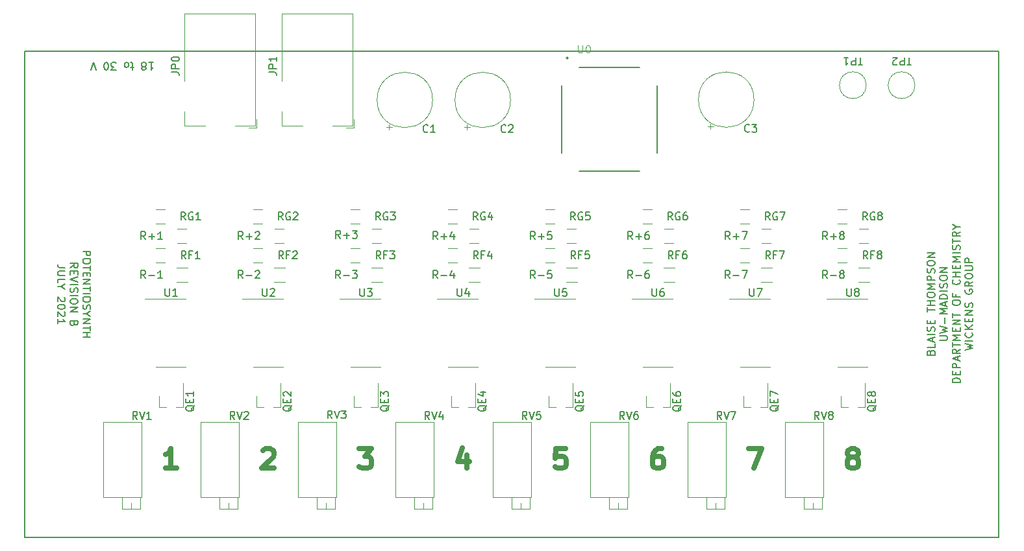
<source format=gbr>
G04 #@! TF.GenerationSoftware,KiCad,Pcbnew,5.1.8+dfsg1-1+b1*
G04 #@! TF.CreationDate,2021-07-07T16:36:25-05:00*
G04 #@! TF.ProjectId,potentiosynth,706f7465-6e74-4696-9f73-796e74682e6b,B*
G04 #@! TF.SameCoordinates,Original*
G04 #@! TF.FileFunction,Legend,Top*
G04 #@! TF.FilePolarity,Positive*
%FSLAX46Y46*%
G04 Gerber Fmt 4.6, Leading zero omitted, Abs format (unit mm)*
G04 Created by KiCad (PCBNEW 5.1.8+dfsg1-1+b1) date 2021-07-07 16:36:25*
%MOMM*%
%LPD*%
G01*
G04 APERTURE LIST*
%ADD10C,0.635000*%
%ADD11C,0.150000*%
G04 #@! TA.AperFunction,Profile*
%ADD12C,0.150000*%
G04 #@! TD*
%ADD13C,0.120000*%
%ADD14C,0.127000*%
%ADD15C,0.200000*%
%ADD16C,0.015000*%
G04 APERTURE END LIST*
D10*
X108433809Y-116295714D02*
X108433809Y-117989047D01*
X107829047Y-115328095D02*
X107224285Y-117142380D01*
X108796666Y-117142380D01*
X133833809Y-115449047D02*
X133350000Y-115449047D01*
X133108095Y-115570000D01*
X132987142Y-115690952D01*
X132745238Y-116053809D01*
X132624285Y-116537619D01*
X132624285Y-117505238D01*
X132745238Y-117747142D01*
X132866190Y-117868095D01*
X133108095Y-117989047D01*
X133591904Y-117989047D01*
X133833809Y-117868095D01*
X133954761Y-117747142D01*
X134075714Y-117505238D01*
X134075714Y-116900476D01*
X133954761Y-116658571D01*
X133833809Y-116537619D01*
X133591904Y-116416666D01*
X133108095Y-116416666D01*
X132866190Y-116537619D01*
X132745238Y-116658571D01*
X132624285Y-116900476D01*
D11*
X66952380Y-64952619D02*
X67523809Y-64952619D01*
X67238095Y-64952619D02*
X67238095Y-65952619D01*
X67333333Y-65809761D01*
X67428571Y-65714523D01*
X67523809Y-65666904D01*
X66380952Y-65524047D02*
X66476190Y-65571666D01*
X66523809Y-65619285D01*
X66571428Y-65714523D01*
X66571428Y-65762142D01*
X66523809Y-65857380D01*
X66476190Y-65905000D01*
X66380952Y-65952619D01*
X66190476Y-65952619D01*
X66095238Y-65905000D01*
X66047619Y-65857380D01*
X66000000Y-65762142D01*
X66000000Y-65714523D01*
X66047619Y-65619285D01*
X66095238Y-65571666D01*
X66190476Y-65524047D01*
X66380952Y-65524047D01*
X66476190Y-65476428D01*
X66523809Y-65428809D01*
X66571428Y-65333571D01*
X66571428Y-65143095D01*
X66523809Y-65047857D01*
X66476190Y-65000238D01*
X66380952Y-64952619D01*
X66190476Y-64952619D01*
X66095238Y-65000238D01*
X66047619Y-65047857D01*
X66000000Y-65143095D01*
X66000000Y-65333571D01*
X66047619Y-65428809D01*
X66095238Y-65476428D01*
X66190476Y-65524047D01*
X64952380Y-65619285D02*
X64571428Y-65619285D01*
X64809523Y-65952619D02*
X64809523Y-65095476D01*
X64761904Y-65000238D01*
X64666666Y-64952619D01*
X64571428Y-64952619D01*
X64095238Y-64952619D02*
X64190476Y-65000238D01*
X64238095Y-65047857D01*
X64285714Y-65143095D01*
X64285714Y-65428809D01*
X64238095Y-65524047D01*
X64190476Y-65571666D01*
X64095238Y-65619285D01*
X63952380Y-65619285D01*
X63857142Y-65571666D01*
X63809523Y-65524047D01*
X63761904Y-65428809D01*
X63761904Y-65143095D01*
X63809523Y-65047857D01*
X63857142Y-65000238D01*
X63952380Y-64952619D01*
X64095238Y-64952619D01*
X62666666Y-65952619D02*
X62047619Y-65952619D01*
X62380952Y-65571666D01*
X62238095Y-65571666D01*
X62142857Y-65524047D01*
X62095238Y-65476428D01*
X62047619Y-65381190D01*
X62047619Y-65143095D01*
X62095238Y-65047857D01*
X62142857Y-65000238D01*
X62238095Y-64952619D01*
X62523809Y-64952619D01*
X62619047Y-65000238D01*
X62666666Y-65047857D01*
X61428571Y-65952619D02*
X61333333Y-65952619D01*
X61238095Y-65905000D01*
X61190476Y-65857380D01*
X61142857Y-65762142D01*
X61095238Y-65571666D01*
X61095238Y-65333571D01*
X61142857Y-65143095D01*
X61190476Y-65047857D01*
X61238095Y-65000238D01*
X61333333Y-64952619D01*
X61428571Y-64952619D01*
X61523809Y-65000238D01*
X61571428Y-65047857D01*
X61619047Y-65143095D01*
X61666666Y-65333571D01*
X61666666Y-65571666D01*
X61619047Y-65762142D01*
X61571428Y-65857380D01*
X61523809Y-65905000D01*
X61428571Y-65952619D01*
X60047619Y-65952619D02*
X59714285Y-64952619D01*
X59380952Y-65952619D01*
X168903571Y-102853333D02*
X168951190Y-102710476D01*
X168998809Y-102662857D01*
X169094047Y-102615238D01*
X169236904Y-102615238D01*
X169332142Y-102662857D01*
X169379761Y-102710476D01*
X169427380Y-102805714D01*
X169427380Y-103186666D01*
X168427380Y-103186666D01*
X168427380Y-102853333D01*
X168475000Y-102758095D01*
X168522619Y-102710476D01*
X168617857Y-102662857D01*
X168713095Y-102662857D01*
X168808333Y-102710476D01*
X168855952Y-102758095D01*
X168903571Y-102853333D01*
X168903571Y-103186666D01*
X169427380Y-101710476D02*
X169427380Y-102186666D01*
X168427380Y-102186666D01*
X169141666Y-101424761D02*
X169141666Y-100948571D01*
X169427380Y-101520000D02*
X168427380Y-101186666D01*
X169427380Y-100853333D01*
X169427380Y-100520000D02*
X168427380Y-100520000D01*
X169379761Y-100091428D02*
X169427380Y-99948571D01*
X169427380Y-99710476D01*
X169379761Y-99615238D01*
X169332142Y-99567619D01*
X169236904Y-99520000D01*
X169141666Y-99520000D01*
X169046428Y-99567619D01*
X168998809Y-99615238D01*
X168951190Y-99710476D01*
X168903571Y-99900952D01*
X168855952Y-99996190D01*
X168808333Y-100043809D01*
X168713095Y-100091428D01*
X168617857Y-100091428D01*
X168522619Y-100043809D01*
X168475000Y-99996190D01*
X168427380Y-99900952D01*
X168427380Y-99662857D01*
X168475000Y-99520000D01*
X168903571Y-99091428D02*
X168903571Y-98758095D01*
X169427380Y-98615238D02*
X169427380Y-99091428D01*
X168427380Y-99091428D01*
X168427380Y-98615238D01*
X168427380Y-97567619D02*
X168427380Y-96996190D01*
X169427380Y-97281904D02*
X168427380Y-97281904D01*
X169427380Y-96662857D02*
X168427380Y-96662857D01*
X168903571Y-96662857D02*
X168903571Y-96091428D01*
X169427380Y-96091428D02*
X168427380Y-96091428D01*
X168427380Y-95424761D02*
X168427380Y-95234285D01*
X168475000Y-95139047D01*
X168570238Y-95043809D01*
X168760714Y-94996190D01*
X169094047Y-94996190D01*
X169284523Y-95043809D01*
X169379761Y-95139047D01*
X169427380Y-95234285D01*
X169427380Y-95424761D01*
X169379761Y-95520000D01*
X169284523Y-95615238D01*
X169094047Y-95662857D01*
X168760714Y-95662857D01*
X168570238Y-95615238D01*
X168475000Y-95520000D01*
X168427380Y-95424761D01*
X169427380Y-94567619D02*
X168427380Y-94567619D01*
X169141666Y-94234285D01*
X168427380Y-93900952D01*
X169427380Y-93900952D01*
X169427380Y-93424761D02*
X168427380Y-93424761D01*
X168427380Y-93043809D01*
X168475000Y-92948571D01*
X168522619Y-92900952D01*
X168617857Y-92853333D01*
X168760714Y-92853333D01*
X168855952Y-92900952D01*
X168903571Y-92948571D01*
X168951190Y-93043809D01*
X168951190Y-93424761D01*
X169379761Y-92472380D02*
X169427380Y-92329523D01*
X169427380Y-92091428D01*
X169379761Y-91996190D01*
X169332142Y-91948571D01*
X169236904Y-91900952D01*
X169141666Y-91900952D01*
X169046428Y-91948571D01*
X168998809Y-91996190D01*
X168951190Y-92091428D01*
X168903571Y-92281904D01*
X168855952Y-92377142D01*
X168808333Y-92424761D01*
X168713095Y-92472380D01*
X168617857Y-92472380D01*
X168522619Y-92424761D01*
X168475000Y-92377142D01*
X168427380Y-92281904D01*
X168427380Y-92043809D01*
X168475000Y-91900952D01*
X168427380Y-91281904D02*
X168427380Y-91091428D01*
X168475000Y-90996190D01*
X168570238Y-90900952D01*
X168760714Y-90853333D01*
X169094047Y-90853333D01*
X169284523Y-90900952D01*
X169379761Y-90996190D01*
X169427380Y-91091428D01*
X169427380Y-91281904D01*
X169379761Y-91377142D01*
X169284523Y-91472380D01*
X169094047Y-91520000D01*
X168760714Y-91520000D01*
X168570238Y-91472380D01*
X168475000Y-91377142D01*
X168427380Y-91281904D01*
X169427380Y-90424761D02*
X168427380Y-90424761D01*
X169427380Y-89853333D01*
X168427380Y-89853333D01*
X170077380Y-101258095D02*
X170886904Y-101258095D01*
X170982142Y-101210476D01*
X171029761Y-101162857D01*
X171077380Y-101067619D01*
X171077380Y-100877142D01*
X171029761Y-100781904D01*
X170982142Y-100734285D01*
X170886904Y-100686666D01*
X170077380Y-100686666D01*
X170077380Y-100305714D02*
X171077380Y-100067619D01*
X170363095Y-99877142D01*
X171077380Y-99686666D01*
X170077380Y-99448571D01*
X170696428Y-99067619D02*
X170696428Y-98305714D01*
X171077380Y-97829523D02*
X170077380Y-97829523D01*
X170791666Y-97496190D01*
X170077380Y-97162857D01*
X171077380Y-97162857D01*
X170791666Y-96734285D02*
X170791666Y-96258095D01*
X171077380Y-96829523D02*
X170077380Y-96496190D01*
X171077380Y-96162857D01*
X171077380Y-95829523D02*
X170077380Y-95829523D01*
X170077380Y-95591428D01*
X170125000Y-95448571D01*
X170220238Y-95353333D01*
X170315476Y-95305714D01*
X170505952Y-95258095D01*
X170648809Y-95258095D01*
X170839285Y-95305714D01*
X170934523Y-95353333D01*
X171029761Y-95448571D01*
X171077380Y-95591428D01*
X171077380Y-95829523D01*
X171077380Y-94829523D02*
X170077380Y-94829523D01*
X171029761Y-94400952D02*
X171077380Y-94258095D01*
X171077380Y-94020000D01*
X171029761Y-93924761D01*
X170982142Y-93877142D01*
X170886904Y-93829523D01*
X170791666Y-93829523D01*
X170696428Y-93877142D01*
X170648809Y-93924761D01*
X170601190Y-94020000D01*
X170553571Y-94210476D01*
X170505952Y-94305714D01*
X170458333Y-94353333D01*
X170363095Y-94400952D01*
X170267857Y-94400952D01*
X170172619Y-94353333D01*
X170125000Y-94305714D01*
X170077380Y-94210476D01*
X170077380Y-93972380D01*
X170125000Y-93829523D01*
X170077380Y-93210476D02*
X170077380Y-93020000D01*
X170125000Y-92924761D01*
X170220238Y-92829523D01*
X170410714Y-92781904D01*
X170744047Y-92781904D01*
X170934523Y-92829523D01*
X171029761Y-92924761D01*
X171077380Y-93020000D01*
X171077380Y-93210476D01*
X171029761Y-93305714D01*
X170934523Y-93400952D01*
X170744047Y-93448571D01*
X170410714Y-93448571D01*
X170220238Y-93400952D01*
X170125000Y-93305714D01*
X170077380Y-93210476D01*
X171077380Y-92353333D02*
X170077380Y-92353333D01*
X171077380Y-91781904D01*
X170077380Y-91781904D01*
X172727380Y-106758095D02*
X171727380Y-106758095D01*
X171727380Y-106520000D01*
X171775000Y-106377142D01*
X171870238Y-106281904D01*
X171965476Y-106234285D01*
X172155952Y-106186666D01*
X172298809Y-106186666D01*
X172489285Y-106234285D01*
X172584523Y-106281904D01*
X172679761Y-106377142D01*
X172727380Y-106520000D01*
X172727380Y-106758095D01*
X172203571Y-105758095D02*
X172203571Y-105424761D01*
X172727380Y-105281904D02*
X172727380Y-105758095D01*
X171727380Y-105758095D01*
X171727380Y-105281904D01*
X172727380Y-104853333D02*
X171727380Y-104853333D01*
X171727380Y-104472380D01*
X171775000Y-104377142D01*
X171822619Y-104329523D01*
X171917857Y-104281904D01*
X172060714Y-104281904D01*
X172155952Y-104329523D01*
X172203571Y-104377142D01*
X172251190Y-104472380D01*
X172251190Y-104853333D01*
X172441666Y-103900952D02*
X172441666Y-103424761D01*
X172727380Y-103996190D02*
X171727380Y-103662857D01*
X172727380Y-103329523D01*
X172727380Y-102424761D02*
X172251190Y-102758095D01*
X172727380Y-102996190D02*
X171727380Y-102996190D01*
X171727380Y-102615238D01*
X171775000Y-102520000D01*
X171822619Y-102472380D01*
X171917857Y-102424761D01*
X172060714Y-102424761D01*
X172155952Y-102472380D01*
X172203571Y-102520000D01*
X172251190Y-102615238D01*
X172251190Y-102996190D01*
X171727380Y-102139047D02*
X171727380Y-101567619D01*
X172727380Y-101853333D02*
X171727380Y-101853333D01*
X172727380Y-101234285D02*
X171727380Y-101234285D01*
X172441666Y-100900952D01*
X171727380Y-100567619D01*
X172727380Y-100567619D01*
X172203571Y-100091428D02*
X172203571Y-99758095D01*
X172727380Y-99615238D02*
X172727380Y-100091428D01*
X171727380Y-100091428D01*
X171727380Y-99615238D01*
X172727380Y-99186666D02*
X171727380Y-99186666D01*
X172727380Y-98615238D01*
X171727380Y-98615238D01*
X171727380Y-98281904D02*
X171727380Y-97710476D01*
X172727380Y-97996190D02*
X171727380Y-97996190D01*
X171727380Y-96424761D02*
X171727380Y-96234285D01*
X171775000Y-96139047D01*
X171870238Y-96043809D01*
X172060714Y-95996190D01*
X172394047Y-95996190D01*
X172584523Y-96043809D01*
X172679761Y-96139047D01*
X172727380Y-96234285D01*
X172727380Y-96424761D01*
X172679761Y-96520000D01*
X172584523Y-96615238D01*
X172394047Y-96662857D01*
X172060714Y-96662857D01*
X171870238Y-96615238D01*
X171775000Y-96520000D01*
X171727380Y-96424761D01*
X172203571Y-95234285D02*
X172203571Y-95567619D01*
X172727380Y-95567619D02*
X171727380Y-95567619D01*
X171727380Y-95091428D01*
X172632142Y-93377142D02*
X172679761Y-93424761D01*
X172727380Y-93567619D01*
X172727380Y-93662857D01*
X172679761Y-93805714D01*
X172584523Y-93900952D01*
X172489285Y-93948571D01*
X172298809Y-93996190D01*
X172155952Y-93996190D01*
X171965476Y-93948571D01*
X171870238Y-93900952D01*
X171775000Y-93805714D01*
X171727380Y-93662857D01*
X171727380Y-93567619D01*
X171775000Y-93424761D01*
X171822619Y-93377142D01*
X172727380Y-92948571D02*
X171727380Y-92948571D01*
X172203571Y-92948571D02*
X172203571Y-92377142D01*
X172727380Y-92377142D02*
X171727380Y-92377142D01*
X172203571Y-91900952D02*
X172203571Y-91567619D01*
X172727380Y-91424761D02*
X172727380Y-91900952D01*
X171727380Y-91900952D01*
X171727380Y-91424761D01*
X172727380Y-90996190D02*
X171727380Y-90996190D01*
X172441666Y-90662857D01*
X171727380Y-90329523D01*
X172727380Y-90329523D01*
X172727380Y-89853333D02*
X171727380Y-89853333D01*
X172679761Y-89424761D02*
X172727380Y-89281904D01*
X172727380Y-89043809D01*
X172679761Y-88948571D01*
X172632142Y-88900952D01*
X172536904Y-88853333D01*
X172441666Y-88853333D01*
X172346428Y-88900952D01*
X172298809Y-88948571D01*
X172251190Y-89043809D01*
X172203571Y-89234285D01*
X172155952Y-89329523D01*
X172108333Y-89377142D01*
X172013095Y-89424761D01*
X171917857Y-89424761D01*
X171822619Y-89377142D01*
X171775000Y-89329523D01*
X171727380Y-89234285D01*
X171727380Y-88996190D01*
X171775000Y-88853333D01*
X171727380Y-88567619D02*
X171727380Y-87996190D01*
X172727380Y-88281904D02*
X171727380Y-88281904D01*
X172727380Y-87091428D02*
X172251190Y-87424761D01*
X172727380Y-87662857D02*
X171727380Y-87662857D01*
X171727380Y-87281904D01*
X171775000Y-87186666D01*
X171822619Y-87139047D01*
X171917857Y-87091428D01*
X172060714Y-87091428D01*
X172155952Y-87139047D01*
X172203571Y-87186666D01*
X172251190Y-87281904D01*
X172251190Y-87662857D01*
X172251190Y-86472380D02*
X172727380Y-86472380D01*
X171727380Y-86805714D02*
X172251190Y-86472380D01*
X171727380Y-86139047D01*
X173377380Y-102567619D02*
X174377380Y-102329523D01*
X173663095Y-102139047D01*
X174377380Y-101948571D01*
X173377380Y-101710476D01*
X174377380Y-101329523D02*
X173377380Y-101329523D01*
X174282142Y-100281904D02*
X174329761Y-100329523D01*
X174377380Y-100472380D01*
X174377380Y-100567619D01*
X174329761Y-100710476D01*
X174234523Y-100805714D01*
X174139285Y-100853333D01*
X173948809Y-100900952D01*
X173805952Y-100900952D01*
X173615476Y-100853333D01*
X173520238Y-100805714D01*
X173425000Y-100710476D01*
X173377380Y-100567619D01*
X173377380Y-100472380D01*
X173425000Y-100329523D01*
X173472619Y-100281904D01*
X174377380Y-99853333D02*
X173377380Y-99853333D01*
X174377380Y-99281904D02*
X173805952Y-99710476D01*
X173377380Y-99281904D02*
X173948809Y-99853333D01*
X173853571Y-98853333D02*
X173853571Y-98520000D01*
X174377380Y-98377142D02*
X174377380Y-98853333D01*
X173377380Y-98853333D01*
X173377380Y-98377142D01*
X174377380Y-97948571D02*
X173377380Y-97948571D01*
X174377380Y-97377142D01*
X173377380Y-97377142D01*
X174329761Y-96948571D02*
X174377380Y-96805714D01*
X174377380Y-96567619D01*
X174329761Y-96472380D01*
X174282142Y-96424761D01*
X174186904Y-96377142D01*
X174091666Y-96377142D01*
X173996428Y-96424761D01*
X173948809Y-96472380D01*
X173901190Y-96567619D01*
X173853571Y-96758095D01*
X173805952Y-96853333D01*
X173758333Y-96900952D01*
X173663095Y-96948571D01*
X173567857Y-96948571D01*
X173472619Y-96900952D01*
X173425000Y-96853333D01*
X173377380Y-96758095D01*
X173377380Y-96520000D01*
X173425000Y-96377142D01*
X173425000Y-94662857D02*
X173377380Y-94758095D01*
X173377380Y-94900952D01*
X173425000Y-95043809D01*
X173520238Y-95139047D01*
X173615476Y-95186666D01*
X173805952Y-95234285D01*
X173948809Y-95234285D01*
X174139285Y-95186666D01*
X174234523Y-95139047D01*
X174329761Y-95043809D01*
X174377380Y-94900952D01*
X174377380Y-94805714D01*
X174329761Y-94662857D01*
X174282142Y-94615238D01*
X173948809Y-94615238D01*
X173948809Y-94805714D01*
X174377380Y-93615238D02*
X173901190Y-93948571D01*
X174377380Y-94186666D02*
X173377380Y-94186666D01*
X173377380Y-93805714D01*
X173425000Y-93710476D01*
X173472619Y-93662857D01*
X173567857Y-93615238D01*
X173710714Y-93615238D01*
X173805952Y-93662857D01*
X173853571Y-93710476D01*
X173901190Y-93805714D01*
X173901190Y-94186666D01*
X173377380Y-92996190D02*
X173377380Y-92805714D01*
X173425000Y-92710476D01*
X173520238Y-92615238D01*
X173710714Y-92567619D01*
X174044047Y-92567619D01*
X174234523Y-92615238D01*
X174329761Y-92710476D01*
X174377380Y-92805714D01*
X174377380Y-92996190D01*
X174329761Y-93091428D01*
X174234523Y-93186666D01*
X174044047Y-93234285D01*
X173710714Y-93234285D01*
X173520238Y-93186666D01*
X173425000Y-93091428D01*
X173377380Y-92996190D01*
X173377380Y-92139047D02*
X174186904Y-92139047D01*
X174282142Y-92091428D01*
X174329761Y-92043809D01*
X174377380Y-91948571D01*
X174377380Y-91758095D01*
X174329761Y-91662857D01*
X174282142Y-91615238D01*
X174186904Y-91567619D01*
X173377380Y-91567619D01*
X174377380Y-91091428D02*
X173377380Y-91091428D01*
X173377380Y-90710476D01*
X173425000Y-90615238D01*
X173472619Y-90567619D01*
X173567857Y-90520000D01*
X173710714Y-90520000D01*
X173805952Y-90567619D01*
X173853571Y-90615238D01*
X173901190Y-90710476D01*
X173901190Y-91091428D01*
X58347619Y-89630952D02*
X59347619Y-89630952D01*
X59347619Y-90011904D01*
X59300000Y-90107142D01*
X59252380Y-90154761D01*
X59157142Y-90202380D01*
X59014285Y-90202380D01*
X58919047Y-90154761D01*
X58871428Y-90107142D01*
X58823809Y-90011904D01*
X58823809Y-89630952D01*
X59347619Y-90821428D02*
X59347619Y-91011904D01*
X59300000Y-91107142D01*
X59204761Y-91202380D01*
X59014285Y-91250000D01*
X58680952Y-91250000D01*
X58490476Y-91202380D01*
X58395238Y-91107142D01*
X58347619Y-91011904D01*
X58347619Y-90821428D01*
X58395238Y-90726190D01*
X58490476Y-90630952D01*
X58680952Y-90583333D01*
X59014285Y-90583333D01*
X59204761Y-90630952D01*
X59300000Y-90726190D01*
X59347619Y-90821428D01*
X59347619Y-91535714D02*
X59347619Y-92107142D01*
X58347619Y-91821428D02*
X59347619Y-91821428D01*
X58871428Y-92440476D02*
X58871428Y-92773809D01*
X58347619Y-92916666D02*
X58347619Y-92440476D01*
X59347619Y-92440476D01*
X59347619Y-92916666D01*
X58347619Y-93345238D02*
X59347619Y-93345238D01*
X58347619Y-93916666D01*
X59347619Y-93916666D01*
X59347619Y-94250000D02*
X59347619Y-94821428D01*
X58347619Y-94535714D02*
X59347619Y-94535714D01*
X58347619Y-95154761D02*
X59347619Y-95154761D01*
X59347619Y-95821428D02*
X59347619Y-96011904D01*
X59300000Y-96107142D01*
X59204761Y-96202380D01*
X59014285Y-96250000D01*
X58680952Y-96250000D01*
X58490476Y-96202380D01*
X58395238Y-96107142D01*
X58347619Y-96011904D01*
X58347619Y-95821428D01*
X58395238Y-95726190D01*
X58490476Y-95630952D01*
X58680952Y-95583333D01*
X59014285Y-95583333D01*
X59204761Y-95630952D01*
X59300000Y-95726190D01*
X59347619Y-95821428D01*
X58395238Y-96630952D02*
X58347619Y-96773809D01*
X58347619Y-97011904D01*
X58395238Y-97107142D01*
X58442857Y-97154761D01*
X58538095Y-97202380D01*
X58633333Y-97202380D01*
X58728571Y-97154761D01*
X58776190Y-97107142D01*
X58823809Y-97011904D01*
X58871428Y-96821428D01*
X58919047Y-96726190D01*
X58966666Y-96678571D01*
X59061904Y-96630952D01*
X59157142Y-96630952D01*
X59252380Y-96678571D01*
X59300000Y-96726190D01*
X59347619Y-96821428D01*
X59347619Y-97059523D01*
X59300000Y-97202380D01*
X58823809Y-97821428D02*
X58347619Y-97821428D01*
X59347619Y-97488095D02*
X58823809Y-97821428D01*
X59347619Y-98154761D01*
X58347619Y-98488095D02*
X59347619Y-98488095D01*
X58347619Y-99059523D01*
X59347619Y-99059523D01*
X59347619Y-99392857D02*
X59347619Y-99964285D01*
X58347619Y-99678571D02*
X59347619Y-99678571D01*
X58347619Y-100297619D02*
X59347619Y-100297619D01*
X58871428Y-100297619D02*
X58871428Y-100869047D01*
X58347619Y-100869047D02*
X59347619Y-100869047D01*
X56697619Y-91797619D02*
X57173809Y-91464285D01*
X56697619Y-91226190D02*
X57697619Y-91226190D01*
X57697619Y-91607142D01*
X57650000Y-91702380D01*
X57602380Y-91750000D01*
X57507142Y-91797619D01*
X57364285Y-91797619D01*
X57269047Y-91750000D01*
X57221428Y-91702380D01*
X57173809Y-91607142D01*
X57173809Y-91226190D01*
X57221428Y-92226190D02*
X57221428Y-92559523D01*
X56697619Y-92702380D02*
X56697619Y-92226190D01*
X57697619Y-92226190D01*
X57697619Y-92702380D01*
X57697619Y-92988095D02*
X56697619Y-93321428D01*
X57697619Y-93654761D01*
X56697619Y-93988095D02*
X57697619Y-93988095D01*
X56745238Y-94416666D02*
X56697619Y-94559523D01*
X56697619Y-94797619D01*
X56745238Y-94892857D01*
X56792857Y-94940476D01*
X56888095Y-94988095D01*
X56983333Y-94988095D01*
X57078571Y-94940476D01*
X57126190Y-94892857D01*
X57173809Y-94797619D01*
X57221428Y-94607142D01*
X57269047Y-94511904D01*
X57316666Y-94464285D01*
X57411904Y-94416666D01*
X57507142Y-94416666D01*
X57602380Y-94464285D01*
X57650000Y-94511904D01*
X57697619Y-94607142D01*
X57697619Y-94845238D01*
X57650000Y-94988095D01*
X56697619Y-95416666D02*
X57697619Y-95416666D01*
X57697619Y-96083333D02*
X57697619Y-96273809D01*
X57650000Y-96369047D01*
X57554761Y-96464285D01*
X57364285Y-96511904D01*
X57030952Y-96511904D01*
X56840476Y-96464285D01*
X56745238Y-96369047D01*
X56697619Y-96273809D01*
X56697619Y-96083333D01*
X56745238Y-95988095D01*
X56840476Y-95892857D01*
X57030952Y-95845238D01*
X57364285Y-95845238D01*
X57554761Y-95892857D01*
X57650000Y-95988095D01*
X57697619Y-96083333D01*
X56697619Y-96940476D02*
X57697619Y-96940476D01*
X56697619Y-97511904D01*
X57697619Y-97511904D01*
X57221428Y-99083333D02*
X57173809Y-99226190D01*
X57126190Y-99273809D01*
X57030952Y-99321428D01*
X56888095Y-99321428D01*
X56792857Y-99273809D01*
X56745238Y-99226190D01*
X56697619Y-99130952D01*
X56697619Y-98750000D01*
X57697619Y-98750000D01*
X57697619Y-99083333D01*
X57650000Y-99178571D01*
X57602380Y-99226190D01*
X57507142Y-99273809D01*
X57411904Y-99273809D01*
X57316666Y-99226190D01*
X57269047Y-99178571D01*
X57221428Y-99083333D01*
X57221428Y-98750000D01*
X56047619Y-91750000D02*
X55333333Y-91750000D01*
X55190476Y-91702380D01*
X55095238Y-91607142D01*
X55047619Y-91464285D01*
X55047619Y-91369047D01*
X56047619Y-92226190D02*
X55238095Y-92226190D01*
X55142857Y-92273809D01*
X55095238Y-92321428D01*
X55047619Y-92416666D01*
X55047619Y-92607142D01*
X55095238Y-92702380D01*
X55142857Y-92750000D01*
X55238095Y-92797619D01*
X56047619Y-92797619D01*
X55047619Y-93750000D02*
X55047619Y-93273809D01*
X56047619Y-93273809D01*
X55523809Y-94273809D02*
X55047619Y-94273809D01*
X56047619Y-93940476D02*
X55523809Y-94273809D01*
X56047619Y-94607142D01*
X55952380Y-95654761D02*
X56000000Y-95702380D01*
X56047619Y-95797619D01*
X56047619Y-96035714D01*
X56000000Y-96130952D01*
X55952380Y-96178571D01*
X55857142Y-96226190D01*
X55761904Y-96226190D01*
X55619047Y-96178571D01*
X55047619Y-95607142D01*
X55047619Y-96226190D01*
X56047619Y-96845238D02*
X56047619Y-96940476D01*
X56000000Y-97035714D01*
X55952380Y-97083333D01*
X55857142Y-97130952D01*
X55666666Y-97178571D01*
X55428571Y-97178571D01*
X55238095Y-97130952D01*
X55142857Y-97083333D01*
X55095238Y-97035714D01*
X55047619Y-96940476D01*
X55047619Y-96845238D01*
X55095238Y-96750000D01*
X55142857Y-96702380D01*
X55238095Y-96654761D01*
X55428571Y-96607142D01*
X55666666Y-96607142D01*
X55857142Y-96654761D01*
X55952380Y-96702380D01*
X56000000Y-96750000D01*
X56047619Y-96845238D01*
X55952380Y-97559523D02*
X56000000Y-97607142D01*
X56047619Y-97702380D01*
X56047619Y-97940476D01*
X56000000Y-98035714D01*
X55952380Y-98083333D01*
X55857142Y-98130952D01*
X55761904Y-98130952D01*
X55619047Y-98083333D01*
X55047619Y-97511904D01*
X55047619Y-98130952D01*
X55047619Y-99083333D02*
X55047619Y-98511904D01*
X55047619Y-98797619D02*
X56047619Y-98797619D01*
X55904761Y-98702380D01*
X55809523Y-98607142D01*
X55761904Y-98511904D01*
D10*
X158508095Y-116537619D02*
X158266190Y-116416666D01*
X158145238Y-116295714D01*
X158024285Y-116053809D01*
X158024285Y-115932857D01*
X158145238Y-115690952D01*
X158266190Y-115570000D01*
X158508095Y-115449047D01*
X158991904Y-115449047D01*
X159233809Y-115570000D01*
X159354761Y-115690952D01*
X159475714Y-115932857D01*
X159475714Y-116053809D01*
X159354761Y-116295714D01*
X159233809Y-116416666D01*
X158991904Y-116537619D01*
X158508095Y-116537619D01*
X158266190Y-116658571D01*
X158145238Y-116779523D01*
X158024285Y-117021428D01*
X158024285Y-117505238D01*
X158145238Y-117747142D01*
X158266190Y-117868095D01*
X158508095Y-117989047D01*
X158991904Y-117989047D01*
X159233809Y-117868095D01*
X159354761Y-117747142D01*
X159475714Y-117505238D01*
X159475714Y-117021428D01*
X159354761Y-116779523D01*
X159233809Y-116658571D01*
X158991904Y-116537619D01*
X145203333Y-115449047D02*
X146896666Y-115449047D01*
X145808095Y-117989047D01*
X121254761Y-115449047D02*
X120045238Y-115449047D01*
X119924285Y-116658571D01*
X120045238Y-116537619D01*
X120287142Y-116416666D01*
X120891904Y-116416666D01*
X121133809Y-116537619D01*
X121254761Y-116658571D01*
X121375714Y-116900476D01*
X121375714Y-117505238D01*
X121254761Y-117747142D01*
X121133809Y-117868095D01*
X120891904Y-117989047D01*
X120287142Y-117989047D01*
X120045238Y-117868095D01*
X119924285Y-117747142D01*
X81824285Y-115690952D02*
X81945238Y-115570000D01*
X82187142Y-115449047D01*
X82791904Y-115449047D01*
X83033809Y-115570000D01*
X83154761Y-115690952D01*
X83275714Y-115932857D01*
X83275714Y-116174761D01*
X83154761Y-116537619D01*
X81703333Y-117989047D01*
X83275714Y-117989047D01*
X94403333Y-115449047D02*
X95975714Y-115449047D01*
X95129047Y-116416666D01*
X95491904Y-116416666D01*
X95733809Y-116537619D01*
X95854761Y-116658571D01*
X95975714Y-116900476D01*
X95975714Y-117505238D01*
X95854761Y-117747142D01*
X95733809Y-117868095D01*
X95491904Y-117989047D01*
X94766190Y-117989047D01*
X94524285Y-117868095D01*
X94403333Y-117747142D01*
X70575714Y-117989047D02*
X69124285Y-117989047D01*
X69850000Y-117989047D02*
X69850000Y-115449047D01*
X69608095Y-115811904D01*
X69366190Y-116053809D01*
X69124285Y-116174761D01*
D12*
X50800000Y-127000000D02*
X177800000Y-127000000D01*
X50800000Y-63500000D02*
X177800000Y-63500000D01*
X50800000Y-127000000D02*
X50800000Y-63500000D01*
X177800000Y-127000000D02*
X177800000Y-63500000D01*
D13*
X158750000Y-95895000D02*
X155300000Y-95895000D01*
X158750000Y-95895000D02*
X160700000Y-95895000D01*
X158750000Y-104765000D02*
X156800000Y-104765000D01*
X158750000Y-104765000D02*
X160700000Y-104765000D01*
X146050000Y-95895000D02*
X142600000Y-95895000D01*
X146050000Y-95895000D02*
X148000000Y-95895000D01*
X146050000Y-104765000D02*
X144100000Y-104765000D01*
X146050000Y-104765000D02*
X148000000Y-104765000D01*
X133350000Y-95895000D02*
X129900000Y-95895000D01*
X133350000Y-95895000D02*
X135300000Y-95895000D01*
X133350000Y-104765000D02*
X131400000Y-104765000D01*
X133350000Y-104765000D02*
X135300000Y-104765000D01*
X120650000Y-95895000D02*
X117200000Y-95895000D01*
X120650000Y-95895000D02*
X122600000Y-95895000D01*
X120650000Y-104765000D02*
X118700000Y-104765000D01*
X120650000Y-104765000D02*
X122600000Y-104765000D01*
X107950000Y-95895000D02*
X104500000Y-95895000D01*
X107950000Y-95895000D02*
X109900000Y-95895000D01*
X107950000Y-104765000D02*
X106000000Y-104765000D01*
X107950000Y-104765000D02*
X109900000Y-104765000D01*
X95250000Y-95895000D02*
X91800000Y-95895000D01*
X95250000Y-95895000D02*
X97200000Y-95895000D01*
X95250000Y-104765000D02*
X93300000Y-104765000D01*
X95250000Y-104765000D02*
X97200000Y-104765000D01*
X82550000Y-95895000D02*
X79100000Y-95895000D01*
X82550000Y-95895000D02*
X84500000Y-95895000D01*
X82550000Y-104765000D02*
X80600000Y-104765000D01*
X82550000Y-104765000D02*
X84500000Y-104765000D01*
X69850000Y-95895000D02*
X66400000Y-95895000D01*
X69850000Y-95895000D02*
X71800000Y-95895000D01*
X69850000Y-104765000D02*
X67900000Y-104765000D01*
X69850000Y-104765000D02*
X71800000Y-104765000D01*
D14*
X123070000Y-65640000D02*
X130930000Y-65640000D01*
D15*
X121600000Y-64390000D02*
G75*
G03*
X121600000Y-64390000I-100000J0D01*
G01*
D14*
X130930000Y-79140000D02*
X123070000Y-79140000D01*
X133250000Y-67960000D02*
X133250000Y-76820000D01*
X120750000Y-76820000D02*
X120750000Y-67960000D01*
D13*
X111770000Y-121725000D02*
X111770000Y-111955000D01*
X116840000Y-121725000D02*
X116840000Y-111955000D01*
X111770000Y-121725000D02*
X116840000Y-121725000D01*
X111770000Y-111955000D02*
X116840000Y-111955000D01*
X114235000Y-123245000D02*
X114235000Y-121726000D01*
X116665000Y-123245000D02*
X116665000Y-121726000D01*
X114235000Y-123245000D02*
X116665000Y-123245000D01*
X114235000Y-121726000D02*
X116665000Y-121726000D01*
X115450000Y-123245000D02*
X115450000Y-122486000D01*
X60970000Y-121725000D02*
X60970000Y-111955000D01*
X66040000Y-121725000D02*
X66040000Y-111955000D01*
X60970000Y-121725000D02*
X66040000Y-121725000D01*
X60970000Y-111955000D02*
X66040000Y-111955000D01*
X63435000Y-123245000D02*
X63435000Y-121726000D01*
X65865000Y-123245000D02*
X65865000Y-121726000D01*
X63435000Y-123245000D02*
X65865000Y-123245000D01*
X63435000Y-121726000D02*
X65865000Y-121726000D01*
X64650000Y-123245000D02*
X64650000Y-122486000D01*
X157170000Y-109980000D02*
X158100000Y-109980000D01*
X160330000Y-109980000D02*
X159400000Y-109980000D01*
X160330000Y-109980000D02*
X160330000Y-106820000D01*
X157170000Y-109980000D02*
X157170000Y-108520000D01*
X144470000Y-109980000D02*
X145400000Y-109980000D01*
X147630000Y-109980000D02*
X146700000Y-109980000D01*
X147630000Y-109980000D02*
X147630000Y-106820000D01*
X144470000Y-109980000D02*
X144470000Y-108520000D01*
X131770000Y-109980000D02*
X132700000Y-109980000D01*
X134930000Y-109980000D02*
X134000000Y-109980000D01*
X134930000Y-109980000D02*
X134930000Y-106820000D01*
X131770000Y-109980000D02*
X131770000Y-108520000D01*
X119070000Y-109980000D02*
X120000000Y-109980000D01*
X122230000Y-109980000D02*
X121300000Y-109980000D01*
X122230000Y-109980000D02*
X122230000Y-106820000D01*
X119070000Y-109980000D02*
X119070000Y-108520000D01*
X106370000Y-109980000D02*
X107300000Y-109980000D01*
X109530000Y-109980000D02*
X108600000Y-109980000D01*
X109530000Y-109980000D02*
X109530000Y-106820000D01*
X106370000Y-109980000D02*
X106370000Y-108520000D01*
X93670000Y-109980000D02*
X94600000Y-109980000D01*
X96830000Y-109980000D02*
X95900000Y-109980000D01*
X96830000Y-109980000D02*
X96830000Y-106820000D01*
X93670000Y-109980000D02*
X93670000Y-108520000D01*
X80970000Y-109980000D02*
X81900000Y-109980000D01*
X84130000Y-109980000D02*
X83200000Y-109980000D01*
X84130000Y-109980000D02*
X84130000Y-106820000D01*
X80970000Y-109980000D02*
X80970000Y-108520000D01*
X68270000Y-109980000D02*
X69200000Y-109980000D01*
X71430000Y-109980000D02*
X70500000Y-109980000D01*
X71430000Y-109980000D02*
X71430000Y-106820000D01*
X68270000Y-109980000D02*
X68270000Y-108520000D01*
X159485436Y-91800000D02*
X160939564Y-91800000D01*
X159485436Y-93620000D02*
X160939564Y-93620000D01*
X146785436Y-91800000D02*
X148239564Y-91800000D01*
X146785436Y-93620000D02*
X148239564Y-93620000D01*
X134085436Y-91800000D02*
X135539564Y-91800000D01*
X134085436Y-93620000D02*
X135539564Y-93620000D01*
X121385436Y-91800000D02*
X122839564Y-91800000D01*
X121385436Y-93620000D02*
X122839564Y-93620000D01*
X108685436Y-91800000D02*
X110139564Y-91800000D01*
X108685436Y-93620000D02*
X110139564Y-93620000D01*
X95985436Y-91800000D02*
X97439564Y-91800000D01*
X95985436Y-93620000D02*
X97439564Y-93620000D01*
X83285436Y-91800000D02*
X84739564Y-91800000D01*
X83285436Y-93620000D02*
X84739564Y-93620000D01*
X70585436Y-91800000D02*
X72039564Y-91800000D01*
X70585436Y-93620000D02*
X72039564Y-93620000D01*
X124470000Y-121725000D02*
X124470000Y-111955000D01*
X129540000Y-121725000D02*
X129540000Y-111955000D01*
X124470000Y-121725000D02*
X129540000Y-121725000D01*
X124470000Y-111955000D02*
X129540000Y-111955000D01*
X126935000Y-123245000D02*
X126935000Y-121726000D01*
X129365000Y-123245000D02*
X129365000Y-121726000D01*
X126935000Y-123245000D02*
X129365000Y-123245000D01*
X126935000Y-121726000D02*
X129365000Y-121726000D01*
X128150000Y-123245000D02*
X128150000Y-122486000D01*
X86370000Y-121725000D02*
X86370000Y-111955000D01*
X91440000Y-121725000D02*
X91440000Y-111955000D01*
X86370000Y-121725000D02*
X91440000Y-121725000D01*
X86370000Y-111955000D02*
X91440000Y-111955000D01*
X88835000Y-123245000D02*
X88835000Y-121726000D01*
X91265000Y-123245000D02*
X91265000Y-121726000D01*
X88835000Y-123245000D02*
X91265000Y-123245000D01*
X88835000Y-121726000D02*
X91265000Y-121726000D01*
X90050000Y-123245000D02*
X90050000Y-122486000D01*
X73670000Y-121725000D02*
X73670000Y-111955000D01*
X78740000Y-121725000D02*
X78740000Y-111955000D01*
X73670000Y-121725000D02*
X78740000Y-121725000D01*
X73670000Y-111955000D02*
X78740000Y-111955000D01*
X76135000Y-123245000D02*
X76135000Y-121726000D01*
X78565000Y-123245000D02*
X78565000Y-121726000D01*
X76135000Y-123245000D02*
X78565000Y-123245000D01*
X76135000Y-121726000D02*
X78565000Y-121726000D01*
X77350000Y-123245000D02*
X77350000Y-122486000D01*
X99070000Y-121725000D02*
X99070000Y-111955000D01*
X104140000Y-121725000D02*
X104140000Y-111955000D01*
X99070000Y-121725000D02*
X104140000Y-121725000D01*
X99070000Y-111955000D02*
X104140000Y-111955000D01*
X101535000Y-123245000D02*
X101535000Y-121726000D01*
X103965000Y-123245000D02*
X103965000Y-121726000D01*
X101535000Y-123245000D02*
X103965000Y-123245000D01*
X101535000Y-121726000D02*
X103965000Y-121726000D01*
X102750000Y-123245000D02*
X102750000Y-122486000D01*
X149870000Y-121725000D02*
X149870000Y-111955000D01*
X154940000Y-121725000D02*
X154940000Y-111955000D01*
X149870000Y-121725000D02*
X154940000Y-121725000D01*
X149870000Y-111955000D02*
X154940000Y-111955000D01*
X152335000Y-123245000D02*
X152335000Y-121726000D01*
X154765000Y-123245000D02*
X154765000Y-121726000D01*
X152335000Y-123245000D02*
X154765000Y-123245000D01*
X152335000Y-121726000D02*
X154765000Y-121726000D01*
X153550000Y-123245000D02*
X153550000Y-122486000D01*
X137170000Y-121725000D02*
X137170000Y-111955000D01*
X142240000Y-121725000D02*
X142240000Y-111955000D01*
X137170000Y-121725000D02*
X142240000Y-121725000D01*
X137170000Y-111955000D02*
X142240000Y-111955000D01*
X139635000Y-123245000D02*
X139635000Y-121726000D01*
X142065000Y-123245000D02*
X142065000Y-121726000D01*
X139635000Y-123245000D02*
X142065000Y-123245000D01*
X139635000Y-121726000D02*
X142065000Y-121726000D01*
X140850000Y-123245000D02*
X140850000Y-122486000D01*
X157952064Y-86000000D02*
X156747936Y-86000000D01*
X157952064Y-84180000D02*
X156747936Y-84180000D01*
X145252064Y-86000000D02*
X144047936Y-86000000D01*
X145252064Y-84180000D02*
X144047936Y-84180000D01*
X132552064Y-86000000D02*
X131347936Y-86000000D01*
X132552064Y-84180000D02*
X131347936Y-84180000D01*
X119852064Y-86000000D02*
X118647936Y-86000000D01*
X119852064Y-84180000D02*
X118647936Y-84180000D01*
X107152064Y-86000000D02*
X105947936Y-86000000D01*
X107152064Y-84180000D02*
X105947936Y-84180000D01*
X94452064Y-86000000D02*
X93247936Y-86000000D01*
X94452064Y-84180000D02*
X93247936Y-84180000D01*
X81752064Y-86000000D02*
X80547936Y-86000000D01*
X81752064Y-84180000D02*
X80547936Y-84180000D01*
X69052064Y-86000000D02*
X67847936Y-86000000D01*
X69052064Y-84180000D02*
X67847936Y-84180000D01*
X157952064Y-91080000D02*
X156747936Y-91080000D01*
X157952064Y-89260000D02*
X156747936Y-89260000D01*
X145252064Y-91080000D02*
X144047936Y-91080000D01*
X145252064Y-89260000D02*
X144047936Y-89260000D01*
X132552064Y-91080000D02*
X131347936Y-91080000D01*
X132552064Y-89260000D02*
X131347936Y-89260000D01*
X119852064Y-91080000D02*
X118647936Y-91080000D01*
X119852064Y-89260000D02*
X118647936Y-89260000D01*
X107152064Y-91080000D02*
X105947936Y-91080000D01*
X107152064Y-89260000D02*
X105947936Y-89260000D01*
X94452064Y-91080000D02*
X93247936Y-91080000D01*
X94452064Y-89260000D02*
X93247936Y-89260000D01*
X81752064Y-91080000D02*
X80547936Y-91080000D01*
X81752064Y-89260000D02*
X80547936Y-89260000D01*
X69052064Y-91080000D02*
X67847936Y-91080000D01*
X69052064Y-89260000D02*
X67847936Y-89260000D01*
X160752064Y-88540000D02*
X159547936Y-88540000D01*
X160752064Y-86720000D02*
X159547936Y-86720000D01*
X148052064Y-88540000D02*
X146847936Y-88540000D01*
X148052064Y-86720000D02*
X146847936Y-86720000D01*
X135352064Y-88540000D02*
X134147936Y-88540000D01*
X135352064Y-86720000D02*
X134147936Y-86720000D01*
X122652064Y-88540000D02*
X121447936Y-88540000D01*
X122652064Y-86720000D02*
X121447936Y-86720000D01*
X109952064Y-88540000D02*
X108747936Y-88540000D01*
X109952064Y-86720000D02*
X108747936Y-86720000D01*
X97252064Y-88540000D02*
X96047936Y-88540000D01*
X97252064Y-86720000D02*
X96047936Y-86720000D01*
X84552064Y-88540000D02*
X83347936Y-88540000D01*
X84552064Y-86720000D02*
X83347936Y-86720000D01*
X71852064Y-88540000D02*
X70647936Y-88540000D01*
X71852064Y-86720000D02*
X70647936Y-86720000D01*
X92650000Y-73490000D02*
X93700000Y-73490000D01*
X93700000Y-72440000D02*
X93700000Y-73490000D01*
X84300000Y-67390000D02*
X84300000Y-58590000D01*
X84300000Y-58590000D02*
X93500000Y-58590000D01*
X87000000Y-73290000D02*
X84300000Y-73290000D01*
X84300000Y-73290000D02*
X84300000Y-71390000D01*
X93500000Y-58590000D02*
X93500000Y-73290000D01*
X93500000Y-73290000D02*
X90900000Y-73290000D01*
X79950000Y-73490000D02*
X81000000Y-73490000D01*
X81000000Y-72440000D02*
X81000000Y-73490000D01*
X71600000Y-67390000D02*
X71600000Y-58590000D01*
X71600000Y-58590000D02*
X80800000Y-58590000D01*
X74300000Y-73290000D02*
X71600000Y-73290000D01*
X71600000Y-73290000D02*
X71600000Y-71390000D01*
X80800000Y-58590000D02*
X80800000Y-73290000D01*
X80800000Y-73290000D02*
X78200000Y-73290000D01*
X166850000Y-67945000D02*
G75*
G03*
X166850000Y-67945000I-1750000J0D01*
G01*
X160500000Y-67945000D02*
G75*
G03*
X160500000Y-67945000I-1750000J0D01*
G01*
X145860000Y-69830000D02*
G75*
G03*
X145860000Y-69830000I-3620000J0D01*
G01*
X140205000Y-73704723D02*
X140205000Y-73004723D01*
X139855000Y-73354723D02*
X140555000Y-73354723D01*
X114110000Y-69870000D02*
G75*
G03*
X114110000Y-69870000I-3620000J0D01*
G01*
X108455000Y-73744723D02*
X108455000Y-73044723D01*
X108105000Y-73394723D02*
X108805000Y-73394723D01*
X103950000Y-69870000D02*
G75*
G03*
X103950000Y-69870000I-3620000J0D01*
G01*
X98295000Y-73744723D02*
X98295000Y-73044723D01*
X97945000Y-73394723D02*
X98645000Y-73394723D01*
D11*
X157988095Y-94502380D02*
X157988095Y-95311904D01*
X158035714Y-95407142D01*
X158083333Y-95454761D01*
X158178571Y-95502380D01*
X158369047Y-95502380D01*
X158464285Y-95454761D01*
X158511904Y-95407142D01*
X158559523Y-95311904D01*
X158559523Y-94502380D01*
X159178571Y-94930952D02*
X159083333Y-94883333D01*
X159035714Y-94835714D01*
X158988095Y-94740476D01*
X158988095Y-94692857D01*
X159035714Y-94597619D01*
X159083333Y-94550000D01*
X159178571Y-94502380D01*
X159369047Y-94502380D01*
X159464285Y-94550000D01*
X159511904Y-94597619D01*
X159559523Y-94692857D01*
X159559523Y-94740476D01*
X159511904Y-94835714D01*
X159464285Y-94883333D01*
X159369047Y-94930952D01*
X159178571Y-94930952D01*
X159083333Y-94978571D01*
X159035714Y-95026190D01*
X158988095Y-95121428D01*
X158988095Y-95311904D01*
X159035714Y-95407142D01*
X159083333Y-95454761D01*
X159178571Y-95502380D01*
X159369047Y-95502380D01*
X159464285Y-95454761D01*
X159511904Y-95407142D01*
X159559523Y-95311904D01*
X159559523Y-95121428D01*
X159511904Y-95026190D01*
X159464285Y-94978571D01*
X159369047Y-94930952D01*
X145288095Y-94502380D02*
X145288095Y-95311904D01*
X145335714Y-95407142D01*
X145383333Y-95454761D01*
X145478571Y-95502380D01*
X145669047Y-95502380D01*
X145764285Y-95454761D01*
X145811904Y-95407142D01*
X145859523Y-95311904D01*
X145859523Y-94502380D01*
X146240476Y-94502380D02*
X146907142Y-94502380D01*
X146478571Y-95502380D01*
X132588095Y-94502380D02*
X132588095Y-95311904D01*
X132635714Y-95407142D01*
X132683333Y-95454761D01*
X132778571Y-95502380D01*
X132969047Y-95502380D01*
X133064285Y-95454761D01*
X133111904Y-95407142D01*
X133159523Y-95311904D01*
X133159523Y-94502380D01*
X134064285Y-94502380D02*
X133873809Y-94502380D01*
X133778571Y-94550000D01*
X133730952Y-94597619D01*
X133635714Y-94740476D01*
X133588095Y-94930952D01*
X133588095Y-95311904D01*
X133635714Y-95407142D01*
X133683333Y-95454761D01*
X133778571Y-95502380D01*
X133969047Y-95502380D01*
X134064285Y-95454761D01*
X134111904Y-95407142D01*
X134159523Y-95311904D01*
X134159523Y-95073809D01*
X134111904Y-94978571D01*
X134064285Y-94930952D01*
X133969047Y-94883333D01*
X133778571Y-94883333D01*
X133683333Y-94930952D01*
X133635714Y-94978571D01*
X133588095Y-95073809D01*
X119888095Y-94502380D02*
X119888095Y-95311904D01*
X119935714Y-95407142D01*
X119983333Y-95454761D01*
X120078571Y-95502380D01*
X120269047Y-95502380D01*
X120364285Y-95454761D01*
X120411904Y-95407142D01*
X120459523Y-95311904D01*
X120459523Y-94502380D01*
X121411904Y-94502380D02*
X120935714Y-94502380D01*
X120888095Y-94978571D01*
X120935714Y-94930952D01*
X121030952Y-94883333D01*
X121269047Y-94883333D01*
X121364285Y-94930952D01*
X121411904Y-94978571D01*
X121459523Y-95073809D01*
X121459523Y-95311904D01*
X121411904Y-95407142D01*
X121364285Y-95454761D01*
X121269047Y-95502380D01*
X121030952Y-95502380D01*
X120935714Y-95454761D01*
X120888095Y-95407142D01*
X107188095Y-94502380D02*
X107188095Y-95311904D01*
X107235714Y-95407142D01*
X107283333Y-95454761D01*
X107378571Y-95502380D01*
X107569047Y-95502380D01*
X107664285Y-95454761D01*
X107711904Y-95407142D01*
X107759523Y-95311904D01*
X107759523Y-94502380D01*
X108664285Y-94835714D02*
X108664285Y-95502380D01*
X108426190Y-94454761D02*
X108188095Y-95169047D01*
X108807142Y-95169047D01*
X94488095Y-94502380D02*
X94488095Y-95311904D01*
X94535714Y-95407142D01*
X94583333Y-95454761D01*
X94678571Y-95502380D01*
X94869047Y-95502380D01*
X94964285Y-95454761D01*
X95011904Y-95407142D01*
X95059523Y-95311904D01*
X95059523Y-94502380D01*
X95440476Y-94502380D02*
X96059523Y-94502380D01*
X95726190Y-94883333D01*
X95869047Y-94883333D01*
X95964285Y-94930952D01*
X96011904Y-94978571D01*
X96059523Y-95073809D01*
X96059523Y-95311904D01*
X96011904Y-95407142D01*
X95964285Y-95454761D01*
X95869047Y-95502380D01*
X95583333Y-95502380D01*
X95488095Y-95454761D01*
X95440476Y-95407142D01*
X81788095Y-94502380D02*
X81788095Y-95311904D01*
X81835714Y-95407142D01*
X81883333Y-95454761D01*
X81978571Y-95502380D01*
X82169047Y-95502380D01*
X82264285Y-95454761D01*
X82311904Y-95407142D01*
X82359523Y-95311904D01*
X82359523Y-94502380D01*
X82788095Y-94597619D02*
X82835714Y-94550000D01*
X82930952Y-94502380D01*
X83169047Y-94502380D01*
X83264285Y-94550000D01*
X83311904Y-94597619D01*
X83359523Y-94692857D01*
X83359523Y-94788095D01*
X83311904Y-94930952D01*
X82740476Y-95502380D01*
X83359523Y-95502380D01*
X69088095Y-94502380D02*
X69088095Y-95311904D01*
X69135714Y-95407142D01*
X69183333Y-95454761D01*
X69278571Y-95502380D01*
X69469047Y-95502380D01*
X69564285Y-95454761D01*
X69611904Y-95407142D01*
X69659523Y-95311904D01*
X69659523Y-94502380D01*
X70659523Y-95502380D02*
X70088095Y-95502380D01*
X70373809Y-95502380D02*
X70373809Y-94502380D01*
X70278571Y-94645238D01*
X70183333Y-94740476D01*
X70088095Y-94788095D01*
D16*
X122913095Y-62707380D02*
X122913095Y-63516904D01*
X122960714Y-63612142D01*
X123008333Y-63659761D01*
X123103571Y-63707380D01*
X123294047Y-63707380D01*
X123389285Y-63659761D01*
X123436904Y-63612142D01*
X123484523Y-63516904D01*
X123484523Y-62707380D01*
X124151190Y-62707380D02*
X124246428Y-62707380D01*
X124341666Y-62755000D01*
X124389285Y-62802619D01*
X124436904Y-62897857D01*
X124484523Y-63088333D01*
X124484523Y-63326428D01*
X124436904Y-63516904D01*
X124389285Y-63612142D01*
X124341666Y-63659761D01*
X124246428Y-63707380D01*
X124151190Y-63707380D01*
X124055952Y-63659761D01*
X124008333Y-63612142D01*
X123960714Y-63516904D01*
X123913095Y-63326428D01*
X123913095Y-63088333D01*
X123960714Y-62897857D01*
X124008333Y-62802619D01*
X124055952Y-62755000D01*
X124151190Y-62707380D01*
D11*
X116244761Y-111577380D02*
X115911428Y-111101190D01*
X115673333Y-111577380D02*
X115673333Y-110577380D01*
X116054285Y-110577380D01*
X116149523Y-110625000D01*
X116197142Y-110672619D01*
X116244761Y-110767857D01*
X116244761Y-110910714D01*
X116197142Y-111005952D01*
X116149523Y-111053571D01*
X116054285Y-111101190D01*
X115673333Y-111101190D01*
X116530476Y-110577380D02*
X116863809Y-111577380D01*
X117197142Y-110577380D01*
X118006666Y-110577380D02*
X117530476Y-110577380D01*
X117482857Y-111053571D01*
X117530476Y-111005952D01*
X117625714Y-110958333D01*
X117863809Y-110958333D01*
X117959047Y-111005952D01*
X118006666Y-111053571D01*
X118054285Y-111148809D01*
X118054285Y-111386904D01*
X118006666Y-111482142D01*
X117959047Y-111529761D01*
X117863809Y-111577380D01*
X117625714Y-111577380D01*
X117530476Y-111529761D01*
X117482857Y-111482142D01*
X65444761Y-111577380D02*
X65111428Y-111101190D01*
X64873333Y-111577380D02*
X64873333Y-110577380D01*
X65254285Y-110577380D01*
X65349523Y-110625000D01*
X65397142Y-110672619D01*
X65444761Y-110767857D01*
X65444761Y-110910714D01*
X65397142Y-111005952D01*
X65349523Y-111053571D01*
X65254285Y-111101190D01*
X64873333Y-111101190D01*
X65730476Y-110577380D02*
X66063809Y-111577380D01*
X66397142Y-110577380D01*
X67254285Y-111577380D02*
X66682857Y-111577380D01*
X66968571Y-111577380D02*
X66968571Y-110577380D01*
X66873333Y-110720238D01*
X66778095Y-110815476D01*
X66682857Y-110863095D01*
X161797619Y-109767619D02*
X161750000Y-109862857D01*
X161654761Y-109958095D01*
X161511904Y-110100952D01*
X161464285Y-110196190D01*
X161464285Y-110291428D01*
X161702380Y-110243809D02*
X161654761Y-110339047D01*
X161559523Y-110434285D01*
X161369047Y-110481904D01*
X161035714Y-110481904D01*
X160845238Y-110434285D01*
X160750000Y-110339047D01*
X160702380Y-110243809D01*
X160702380Y-110053333D01*
X160750000Y-109958095D01*
X160845238Y-109862857D01*
X161035714Y-109815238D01*
X161369047Y-109815238D01*
X161559523Y-109862857D01*
X161654761Y-109958095D01*
X161702380Y-110053333D01*
X161702380Y-110243809D01*
X161178571Y-109386666D02*
X161178571Y-109053333D01*
X161702380Y-108910476D02*
X161702380Y-109386666D01*
X160702380Y-109386666D01*
X160702380Y-108910476D01*
X161130952Y-108339047D02*
X161083333Y-108434285D01*
X161035714Y-108481904D01*
X160940476Y-108529523D01*
X160892857Y-108529523D01*
X160797619Y-108481904D01*
X160750000Y-108434285D01*
X160702380Y-108339047D01*
X160702380Y-108148571D01*
X160750000Y-108053333D01*
X160797619Y-108005714D01*
X160892857Y-107958095D01*
X160940476Y-107958095D01*
X161035714Y-108005714D01*
X161083333Y-108053333D01*
X161130952Y-108148571D01*
X161130952Y-108339047D01*
X161178571Y-108434285D01*
X161226190Y-108481904D01*
X161321428Y-108529523D01*
X161511904Y-108529523D01*
X161607142Y-108481904D01*
X161654761Y-108434285D01*
X161702380Y-108339047D01*
X161702380Y-108148571D01*
X161654761Y-108053333D01*
X161607142Y-108005714D01*
X161511904Y-107958095D01*
X161321428Y-107958095D01*
X161226190Y-108005714D01*
X161178571Y-108053333D01*
X161130952Y-108148571D01*
X149097619Y-109767619D02*
X149050000Y-109862857D01*
X148954761Y-109958095D01*
X148811904Y-110100952D01*
X148764285Y-110196190D01*
X148764285Y-110291428D01*
X149002380Y-110243809D02*
X148954761Y-110339047D01*
X148859523Y-110434285D01*
X148669047Y-110481904D01*
X148335714Y-110481904D01*
X148145238Y-110434285D01*
X148050000Y-110339047D01*
X148002380Y-110243809D01*
X148002380Y-110053333D01*
X148050000Y-109958095D01*
X148145238Y-109862857D01*
X148335714Y-109815238D01*
X148669047Y-109815238D01*
X148859523Y-109862857D01*
X148954761Y-109958095D01*
X149002380Y-110053333D01*
X149002380Y-110243809D01*
X148478571Y-109386666D02*
X148478571Y-109053333D01*
X149002380Y-108910476D02*
X149002380Y-109386666D01*
X148002380Y-109386666D01*
X148002380Y-108910476D01*
X148002380Y-108577142D02*
X148002380Y-107910476D01*
X149002380Y-108339047D01*
X136397619Y-109767619D02*
X136350000Y-109862857D01*
X136254761Y-109958095D01*
X136111904Y-110100952D01*
X136064285Y-110196190D01*
X136064285Y-110291428D01*
X136302380Y-110243809D02*
X136254761Y-110339047D01*
X136159523Y-110434285D01*
X135969047Y-110481904D01*
X135635714Y-110481904D01*
X135445238Y-110434285D01*
X135350000Y-110339047D01*
X135302380Y-110243809D01*
X135302380Y-110053333D01*
X135350000Y-109958095D01*
X135445238Y-109862857D01*
X135635714Y-109815238D01*
X135969047Y-109815238D01*
X136159523Y-109862857D01*
X136254761Y-109958095D01*
X136302380Y-110053333D01*
X136302380Y-110243809D01*
X135778571Y-109386666D02*
X135778571Y-109053333D01*
X136302380Y-108910476D02*
X136302380Y-109386666D01*
X135302380Y-109386666D01*
X135302380Y-108910476D01*
X135302380Y-108053333D02*
X135302380Y-108243809D01*
X135350000Y-108339047D01*
X135397619Y-108386666D01*
X135540476Y-108481904D01*
X135730952Y-108529523D01*
X136111904Y-108529523D01*
X136207142Y-108481904D01*
X136254761Y-108434285D01*
X136302380Y-108339047D01*
X136302380Y-108148571D01*
X136254761Y-108053333D01*
X136207142Y-108005714D01*
X136111904Y-107958095D01*
X135873809Y-107958095D01*
X135778571Y-108005714D01*
X135730952Y-108053333D01*
X135683333Y-108148571D01*
X135683333Y-108339047D01*
X135730952Y-108434285D01*
X135778571Y-108481904D01*
X135873809Y-108529523D01*
X123697619Y-109767619D02*
X123650000Y-109862857D01*
X123554761Y-109958095D01*
X123411904Y-110100952D01*
X123364285Y-110196190D01*
X123364285Y-110291428D01*
X123602380Y-110243809D02*
X123554761Y-110339047D01*
X123459523Y-110434285D01*
X123269047Y-110481904D01*
X122935714Y-110481904D01*
X122745238Y-110434285D01*
X122650000Y-110339047D01*
X122602380Y-110243809D01*
X122602380Y-110053333D01*
X122650000Y-109958095D01*
X122745238Y-109862857D01*
X122935714Y-109815238D01*
X123269047Y-109815238D01*
X123459523Y-109862857D01*
X123554761Y-109958095D01*
X123602380Y-110053333D01*
X123602380Y-110243809D01*
X123078571Y-109386666D02*
X123078571Y-109053333D01*
X123602380Y-108910476D02*
X123602380Y-109386666D01*
X122602380Y-109386666D01*
X122602380Y-108910476D01*
X122602380Y-108005714D02*
X122602380Y-108481904D01*
X123078571Y-108529523D01*
X123030952Y-108481904D01*
X122983333Y-108386666D01*
X122983333Y-108148571D01*
X123030952Y-108053333D01*
X123078571Y-108005714D01*
X123173809Y-107958095D01*
X123411904Y-107958095D01*
X123507142Y-108005714D01*
X123554761Y-108053333D01*
X123602380Y-108148571D01*
X123602380Y-108386666D01*
X123554761Y-108481904D01*
X123507142Y-108529523D01*
X110997619Y-109767619D02*
X110950000Y-109862857D01*
X110854761Y-109958095D01*
X110711904Y-110100952D01*
X110664285Y-110196190D01*
X110664285Y-110291428D01*
X110902380Y-110243809D02*
X110854761Y-110339047D01*
X110759523Y-110434285D01*
X110569047Y-110481904D01*
X110235714Y-110481904D01*
X110045238Y-110434285D01*
X109950000Y-110339047D01*
X109902380Y-110243809D01*
X109902380Y-110053333D01*
X109950000Y-109958095D01*
X110045238Y-109862857D01*
X110235714Y-109815238D01*
X110569047Y-109815238D01*
X110759523Y-109862857D01*
X110854761Y-109958095D01*
X110902380Y-110053333D01*
X110902380Y-110243809D01*
X110378571Y-109386666D02*
X110378571Y-109053333D01*
X110902380Y-108910476D02*
X110902380Y-109386666D01*
X109902380Y-109386666D01*
X109902380Y-108910476D01*
X110235714Y-108053333D02*
X110902380Y-108053333D01*
X109854761Y-108291428D02*
X110569047Y-108529523D01*
X110569047Y-107910476D01*
X98297619Y-109767619D02*
X98250000Y-109862857D01*
X98154761Y-109958095D01*
X98011904Y-110100952D01*
X97964285Y-110196190D01*
X97964285Y-110291428D01*
X98202380Y-110243809D02*
X98154761Y-110339047D01*
X98059523Y-110434285D01*
X97869047Y-110481904D01*
X97535714Y-110481904D01*
X97345238Y-110434285D01*
X97250000Y-110339047D01*
X97202380Y-110243809D01*
X97202380Y-110053333D01*
X97250000Y-109958095D01*
X97345238Y-109862857D01*
X97535714Y-109815238D01*
X97869047Y-109815238D01*
X98059523Y-109862857D01*
X98154761Y-109958095D01*
X98202380Y-110053333D01*
X98202380Y-110243809D01*
X97678571Y-109386666D02*
X97678571Y-109053333D01*
X98202380Y-108910476D02*
X98202380Y-109386666D01*
X97202380Y-109386666D01*
X97202380Y-108910476D01*
X97202380Y-108577142D02*
X97202380Y-107958095D01*
X97583333Y-108291428D01*
X97583333Y-108148571D01*
X97630952Y-108053333D01*
X97678571Y-108005714D01*
X97773809Y-107958095D01*
X98011904Y-107958095D01*
X98107142Y-108005714D01*
X98154761Y-108053333D01*
X98202380Y-108148571D01*
X98202380Y-108434285D01*
X98154761Y-108529523D01*
X98107142Y-108577142D01*
X85597619Y-109767619D02*
X85550000Y-109862857D01*
X85454761Y-109958095D01*
X85311904Y-110100952D01*
X85264285Y-110196190D01*
X85264285Y-110291428D01*
X85502380Y-110243809D02*
X85454761Y-110339047D01*
X85359523Y-110434285D01*
X85169047Y-110481904D01*
X84835714Y-110481904D01*
X84645238Y-110434285D01*
X84550000Y-110339047D01*
X84502380Y-110243809D01*
X84502380Y-110053333D01*
X84550000Y-109958095D01*
X84645238Y-109862857D01*
X84835714Y-109815238D01*
X85169047Y-109815238D01*
X85359523Y-109862857D01*
X85454761Y-109958095D01*
X85502380Y-110053333D01*
X85502380Y-110243809D01*
X84978571Y-109386666D02*
X84978571Y-109053333D01*
X85502380Y-108910476D02*
X85502380Y-109386666D01*
X84502380Y-109386666D01*
X84502380Y-108910476D01*
X84597619Y-108529523D02*
X84550000Y-108481904D01*
X84502380Y-108386666D01*
X84502380Y-108148571D01*
X84550000Y-108053333D01*
X84597619Y-108005714D01*
X84692857Y-107958095D01*
X84788095Y-107958095D01*
X84930952Y-108005714D01*
X85502380Y-108577142D01*
X85502380Y-107958095D01*
X72897619Y-109767619D02*
X72850000Y-109862857D01*
X72754761Y-109958095D01*
X72611904Y-110100952D01*
X72564285Y-110196190D01*
X72564285Y-110291428D01*
X72802380Y-110243809D02*
X72754761Y-110339047D01*
X72659523Y-110434285D01*
X72469047Y-110481904D01*
X72135714Y-110481904D01*
X71945238Y-110434285D01*
X71850000Y-110339047D01*
X71802380Y-110243809D01*
X71802380Y-110053333D01*
X71850000Y-109958095D01*
X71945238Y-109862857D01*
X72135714Y-109815238D01*
X72469047Y-109815238D01*
X72659523Y-109862857D01*
X72754761Y-109958095D01*
X72802380Y-110053333D01*
X72802380Y-110243809D01*
X72278571Y-109386666D02*
X72278571Y-109053333D01*
X72802380Y-108910476D02*
X72802380Y-109386666D01*
X71802380Y-109386666D01*
X71802380Y-108910476D01*
X72802380Y-107958095D02*
X72802380Y-108529523D01*
X72802380Y-108243809D02*
X71802380Y-108243809D01*
X71945238Y-108339047D01*
X72040476Y-108434285D01*
X72088095Y-108529523D01*
X155424285Y-93162380D02*
X155090952Y-92686190D01*
X154852857Y-93162380D02*
X154852857Y-92162380D01*
X155233809Y-92162380D01*
X155329047Y-92210000D01*
X155376666Y-92257619D01*
X155424285Y-92352857D01*
X155424285Y-92495714D01*
X155376666Y-92590952D01*
X155329047Y-92638571D01*
X155233809Y-92686190D01*
X154852857Y-92686190D01*
X155852857Y-92781428D02*
X156614761Y-92781428D01*
X157233809Y-92590952D02*
X157138571Y-92543333D01*
X157090952Y-92495714D01*
X157043333Y-92400476D01*
X157043333Y-92352857D01*
X157090952Y-92257619D01*
X157138571Y-92210000D01*
X157233809Y-92162380D01*
X157424285Y-92162380D01*
X157519523Y-92210000D01*
X157567142Y-92257619D01*
X157614761Y-92352857D01*
X157614761Y-92400476D01*
X157567142Y-92495714D01*
X157519523Y-92543333D01*
X157424285Y-92590952D01*
X157233809Y-92590952D01*
X157138571Y-92638571D01*
X157090952Y-92686190D01*
X157043333Y-92781428D01*
X157043333Y-92971904D01*
X157090952Y-93067142D01*
X157138571Y-93114761D01*
X157233809Y-93162380D01*
X157424285Y-93162380D01*
X157519523Y-93114761D01*
X157567142Y-93067142D01*
X157614761Y-92971904D01*
X157614761Y-92781428D01*
X157567142Y-92686190D01*
X157519523Y-92638571D01*
X157424285Y-92590952D01*
X142724285Y-93162380D02*
X142390952Y-92686190D01*
X142152857Y-93162380D02*
X142152857Y-92162380D01*
X142533809Y-92162380D01*
X142629047Y-92210000D01*
X142676666Y-92257619D01*
X142724285Y-92352857D01*
X142724285Y-92495714D01*
X142676666Y-92590952D01*
X142629047Y-92638571D01*
X142533809Y-92686190D01*
X142152857Y-92686190D01*
X143152857Y-92781428D02*
X143914761Y-92781428D01*
X144295714Y-92162380D02*
X144962380Y-92162380D01*
X144533809Y-93162380D01*
X130024285Y-93162380D02*
X129690952Y-92686190D01*
X129452857Y-93162380D02*
X129452857Y-92162380D01*
X129833809Y-92162380D01*
X129929047Y-92210000D01*
X129976666Y-92257619D01*
X130024285Y-92352857D01*
X130024285Y-92495714D01*
X129976666Y-92590952D01*
X129929047Y-92638571D01*
X129833809Y-92686190D01*
X129452857Y-92686190D01*
X130452857Y-92781428D02*
X131214761Y-92781428D01*
X132119523Y-92162380D02*
X131929047Y-92162380D01*
X131833809Y-92210000D01*
X131786190Y-92257619D01*
X131690952Y-92400476D01*
X131643333Y-92590952D01*
X131643333Y-92971904D01*
X131690952Y-93067142D01*
X131738571Y-93114761D01*
X131833809Y-93162380D01*
X132024285Y-93162380D01*
X132119523Y-93114761D01*
X132167142Y-93067142D01*
X132214761Y-92971904D01*
X132214761Y-92733809D01*
X132167142Y-92638571D01*
X132119523Y-92590952D01*
X132024285Y-92543333D01*
X131833809Y-92543333D01*
X131738571Y-92590952D01*
X131690952Y-92638571D01*
X131643333Y-92733809D01*
X117324285Y-93162380D02*
X116990952Y-92686190D01*
X116752857Y-93162380D02*
X116752857Y-92162380D01*
X117133809Y-92162380D01*
X117229047Y-92210000D01*
X117276666Y-92257619D01*
X117324285Y-92352857D01*
X117324285Y-92495714D01*
X117276666Y-92590952D01*
X117229047Y-92638571D01*
X117133809Y-92686190D01*
X116752857Y-92686190D01*
X117752857Y-92781428D02*
X118514761Y-92781428D01*
X119467142Y-92162380D02*
X118990952Y-92162380D01*
X118943333Y-92638571D01*
X118990952Y-92590952D01*
X119086190Y-92543333D01*
X119324285Y-92543333D01*
X119419523Y-92590952D01*
X119467142Y-92638571D01*
X119514761Y-92733809D01*
X119514761Y-92971904D01*
X119467142Y-93067142D01*
X119419523Y-93114761D01*
X119324285Y-93162380D01*
X119086190Y-93162380D01*
X118990952Y-93114761D01*
X118943333Y-93067142D01*
X104624285Y-93162380D02*
X104290952Y-92686190D01*
X104052857Y-93162380D02*
X104052857Y-92162380D01*
X104433809Y-92162380D01*
X104529047Y-92210000D01*
X104576666Y-92257619D01*
X104624285Y-92352857D01*
X104624285Y-92495714D01*
X104576666Y-92590952D01*
X104529047Y-92638571D01*
X104433809Y-92686190D01*
X104052857Y-92686190D01*
X105052857Y-92781428D02*
X105814761Y-92781428D01*
X106719523Y-92495714D02*
X106719523Y-93162380D01*
X106481428Y-92114761D02*
X106243333Y-92829047D01*
X106862380Y-92829047D01*
X91924285Y-93162380D02*
X91590952Y-92686190D01*
X91352857Y-93162380D02*
X91352857Y-92162380D01*
X91733809Y-92162380D01*
X91829047Y-92210000D01*
X91876666Y-92257619D01*
X91924285Y-92352857D01*
X91924285Y-92495714D01*
X91876666Y-92590952D01*
X91829047Y-92638571D01*
X91733809Y-92686190D01*
X91352857Y-92686190D01*
X92352857Y-92781428D02*
X93114761Y-92781428D01*
X93495714Y-92162380D02*
X94114761Y-92162380D01*
X93781428Y-92543333D01*
X93924285Y-92543333D01*
X94019523Y-92590952D01*
X94067142Y-92638571D01*
X94114761Y-92733809D01*
X94114761Y-92971904D01*
X94067142Y-93067142D01*
X94019523Y-93114761D01*
X93924285Y-93162380D01*
X93638571Y-93162380D01*
X93543333Y-93114761D01*
X93495714Y-93067142D01*
X79224285Y-93162380D02*
X78890952Y-92686190D01*
X78652857Y-93162380D02*
X78652857Y-92162380D01*
X79033809Y-92162380D01*
X79129047Y-92210000D01*
X79176666Y-92257619D01*
X79224285Y-92352857D01*
X79224285Y-92495714D01*
X79176666Y-92590952D01*
X79129047Y-92638571D01*
X79033809Y-92686190D01*
X78652857Y-92686190D01*
X79652857Y-92781428D02*
X80414761Y-92781428D01*
X80843333Y-92257619D02*
X80890952Y-92210000D01*
X80986190Y-92162380D01*
X81224285Y-92162380D01*
X81319523Y-92210000D01*
X81367142Y-92257619D01*
X81414761Y-92352857D01*
X81414761Y-92448095D01*
X81367142Y-92590952D01*
X80795714Y-93162380D01*
X81414761Y-93162380D01*
X66524285Y-93162380D02*
X66190952Y-92686190D01*
X65952857Y-93162380D02*
X65952857Y-92162380D01*
X66333809Y-92162380D01*
X66429047Y-92210000D01*
X66476666Y-92257619D01*
X66524285Y-92352857D01*
X66524285Y-92495714D01*
X66476666Y-92590952D01*
X66429047Y-92638571D01*
X66333809Y-92686190D01*
X65952857Y-92686190D01*
X66952857Y-92781428D02*
X67714761Y-92781428D01*
X68714761Y-93162380D02*
X68143333Y-93162380D01*
X68429047Y-93162380D02*
X68429047Y-92162380D01*
X68333809Y-92305238D01*
X68238571Y-92400476D01*
X68143333Y-92448095D01*
X128944761Y-111577380D02*
X128611428Y-111101190D01*
X128373333Y-111577380D02*
X128373333Y-110577380D01*
X128754285Y-110577380D01*
X128849523Y-110625000D01*
X128897142Y-110672619D01*
X128944761Y-110767857D01*
X128944761Y-110910714D01*
X128897142Y-111005952D01*
X128849523Y-111053571D01*
X128754285Y-111101190D01*
X128373333Y-111101190D01*
X129230476Y-110577380D02*
X129563809Y-111577380D01*
X129897142Y-110577380D01*
X130659047Y-110577380D02*
X130468571Y-110577380D01*
X130373333Y-110625000D01*
X130325714Y-110672619D01*
X130230476Y-110815476D01*
X130182857Y-111005952D01*
X130182857Y-111386904D01*
X130230476Y-111482142D01*
X130278095Y-111529761D01*
X130373333Y-111577380D01*
X130563809Y-111577380D01*
X130659047Y-111529761D01*
X130706666Y-111482142D01*
X130754285Y-111386904D01*
X130754285Y-111148809D01*
X130706666Y-111053571D01*
X130659047Y-111005952D01*
X130563809Y-110958333D01*
X130373333Y-110958333D01*
X130278095Y-111005952D01*
X130230476Y-111053571D01*
X130182857Y-111148809D01*
X90844761Y-111467380D02*
X90511428Y-110991190D01*
X90273333Y-111467380D02*
X90273333Y-110467380D01*
X90654285Y-110467380D01*
X90749523Y-110515000D01*
X90797142Y-110562619D01*
X90844761Y-110657857D01*
X90844761Y-110800714D01*
X90797142Y-110895952D01*
X90749523Y-110943571D01*
X90654285Y-110991190D01*
X90273333Y-110991190D01*
X91130476Y-110467380D02*
X91463809Y-111467380D01*
X91797142Y-110467380D01*
X92035238Y-110467380D02*
X92654285Y-110467380D01*
X92320952Y-110848333D01*
X92463809Y-110848333D01*
X92559047Y-110895952D01*
X92606666Y-110943571D01*
X92654285Y-111038809D01*
X92654285Y-111276904D01*
X92606666Y-111372142D01*
X92559047Y-111419761D01*
X92463809Y-111467380D01*
X92178095Y-111467380D01*
X92082857Y-111419761D01*
X92035238Y-111372142D01*
X78144761Y-111577380D02*
X77811428Y-111101190D01*
X77573333Y-111577380D02*
X77573333Y-110577380D01*
X77954285Y-110577380D01*
X78049523Y-110625000D01*
X78097142Y-110672619D01*
X78144761Y-110767857D01*
X78144761Y-110910714D01*
X78097142Y-111005952D01*
X78049523Y-111053571D01*
X77954285Y-111101190D01*
X77573333Y-111101190D01*
X78430476Y-110577380D02*
X78763809Y-111577380D01*
X79097142Y-110577380D01*
X79382857Y-110672619D02*
X79430476Y-110625000D01*
X79525714Y-110577380D01*
X79763809Y-110577380D01*
X79859047Y-110625000D01*
X79906666Y-110672619D01*
X79954285Y-110767857D01*
X79954285Y-110863095D01*
X79906666Y-111005952D01*
X79335238Y-111577380D01*
X79954285Y-111577380D01*
X103544761Y-111577380D02*
X103211428Y-111101190D01*
X102973333Y-111577380D02*
X102973333Y-110577380D01*
X103354285Y-110577380D01*
X103449523Y-110625000D01*
X103497142Y-110672619D01*
X103544761Y-110767857D01*
X103544761Y-110910714D01*
X103497142Y-111005952D01*
X103449523Y-111053571D01*
X103354285Y-111101190D01*
X102973333Y-111101190D01*
X103830476Y-110577380D02*
X104163809Y-111577380D01*
X104497142Y-110577380D01*
X105259047Y-110910714D02*
X105259047Y-111577380D01*
X105020952Y-110529761D02*
X104782857Y-111244047D01*
X105401904Y-111244047D01*
X154344761Y-111577380D02*
X154011428Y-111101190D01*
X153773333Y-111577380D02*
X153773333Y-110577380D01*
X154154285Y-110577380D01*
X154249523Y-110625000D01*
X154297142Y-110672619D01*
X154344761Y-110767857D01*
X154344761Y-110910714D01*
X154297142Y-111005952D01*
X154249523Y-111053571D01*
X154154285Y-111101190D01*
X153773333Y-111101190D01*
X154630476Y-110577380D02*
X154963809Y-111577380D01*
X155297142Y-110577380D01*
X155773333Y-111005952D02*
X155678095Y-110958333D01*
X155630476Y-110910714D01*
X155582857Y-110815476D01*
X155582857Y-110767857D01*
X155630476Y-110672619D01*
X155678095Y-110625000D01*
X155773333Y-110577380D01*
X155963809Y-110577380D01*
X156059047Y-110625000D01*
X156106666Y-110672619D01*
X156154285Y-110767857D01*
X156154285Y-110815476D01*
X156106666Y-110910714D01*
X156059047Y-110958333D01*
X155963809Y-111005952D01*
X155773333Y-111005952D01*
X155678095Y-111053571D01*
X155630476Y-111101190D01*
X155582857Y-111196428D01*
X155582857Y-111386904D01*
X155630476Y-111482142D01*
X155678095Y-111529761D01*
X155773333Y-111577380D01*
X155963809Y-111577380D01*
X156059047Y-111529761D01*
X156106666Y-111482142D01*
X156154285Y-111386904D01*
X156154285Y-111196428D01*
X156106666Y-111101190D01*
X156059047Y-111053571D01*
X155963809Y-111005952D01*
X141644761Y-111577380D02*
X141311428Y-111101190D01*
X141073333Y-111577380D02*
X141073333Y-110577380D01*
X141454285Y-110577380D01*
X141549523Y-110625000D01*
X141597142Y-110672619D01*
X141644761Y-110767857D01*
X141644761Y-110910714D01*
X141597142Y-111005952D01*
X141549523Y-111053571D01*
X141454285Y-111101190D01*
X141073333Y-111101190D01*
X141930476Y-110577380D02*
X142263809Y-111577380D01*
X142597142Y-110577380D01*
X142835238Y-110577380D02*
X143501904Y-110577380D01*
X143073333Y-111577380D01*
X160623333Y-85542380D02*
X160290000Y-85066190D01*
X160051904Y-85542380D02*
X160051904Y-84542380D01*
X160432857Y-84542380D01*
X160528095Y-84590000D01*
X160575714Y-84637619D01*
X160623333Y-84732857D01*
X160623333Y-84875714D01*
X160575714Y-84970952D01*
X160528095Y-85018571D01*
X160432857Y-85066190D01*
X160051904Y-85066190D01*
X161575714Y-84590000D02*
X161480476Y-84542380D01*
X161337619Y-84542380D01*
X161194761Y-84590000D01*
X161099523Y-84685238D01*
X161051904Y-84780476D01*
X161004285Y-84970952D01*
X161004285Y-85113809D01*
X161051904Y-85304285D01*
X161099523Y-85399523D01*
X161194761Y-85494761D01*
X161337619Y-85542380D01*
X161432857Y-85542380D01*
X161575714Y-85494761D01*
X161623333Y-85447142D01*
X161623333Y-85113809D01*
X161432857Y-85113809D01*
X162194761Y-84970952D02*
X162099523Y-84923333D01*
X162051904Y-84875714D01*
X162004285Y-84780476D01*
X162004285Y-84732857D01*
X162051904Y-84637619D01*
X162099523Y-84590000D01*
X162194761Y-84542380D01*
X162385238Y-84542380D01*
X162480476Y-84590000D01*
X162528095Y-84637619D01*
X162575714Y-84732857D01*
X162575714Y-84780476D01*
X162528095Y-84875714D01*
X162480476Y-84923333D01*
X162385238Y-84970952D01*
X162194761Y-84970952D01*
X162099523Y-85018571D01*
X162051904Y-85066190D01*
X162004285Y-85161428D01*
X162004285Y-85351904D01*
X162051904Y-85447142D01*
X162099523Y-85494761D01*
X162194761Y-85542380D01*
X162385238Y-85542380D01*
X162480476Y-85494761D01*
X162528095Y-85447142D01*
X162575714Y-85351904D01*
X162575714Y-85161428D01*
X162528095Y-85066190D01*
X162480476Y-85018571D01*
X162385238Y-84970952D01*
X147923333Y-85542380D02*
X147590000Y-85066190D01*
X147351904Y-85542380D02*
X147351904Y-84542380D01*
X147732857Y-84542380D01*
X147828095Y-84590000D01*
X147875714Y-84637619D01*
X147923333Y-84732857D01*
X147923333Y-84875714D01*
X147875714Y-84970952D01*
X147828095Y-85018571D01*
X147732857Y-85066190D01*
X147351904Y-85066190D01*
X148875714Y-84590000D02*
X148780476Y-84542380D01*
X148637619Y-84542380D01*
X148494761Y-84590000D01*
X148399523Y-84685238D01*
X148351904Y-84780476D01*
X148304285Y-84970952D01*
X148304285Y-85113809D01*
X148351904Y-85304285D01*
X148399523Y-85399523D01*
X148494761Y-85494761D01*
X148637619Y-85542380D01*
X148732857Y-85542380D01*
X148875714Y-85494761D01*
X148923333Y-85447142D01*
X148923333Y-85113809D01*
X148732857Y-85113809D01*
X149256666Y-84542380D02*
X149923333Y-84542380D01*
X149494761Y-85542380D01*
X135223333Y-85542380D02*
X134890000Y-85066190D01*
X134651904Y-85542380D02*
X134651904Y-84542380D01*
X135032857Y-84542380D01*
X135128095Y-84590000D01*
X135175714Y-84637619D01*
X135223333Y-84732857D01*
X135223333Y-84875714D01*
X135175714Y-84970952D01*
X135128095Y-85018571D01*
X135032857Y-85066190D01*
X134651904Y-85066190D01*
X136175714Y-84590000D02*
X136080476Y-84542380D01*
X135937619Y-84542380D01*
X135794761Y-84590000D01*
X135699523Y-84685238D01*
X135651904Y-84780476D01*
X135604285Y-84970952D01*
X135604285Y-85113809D01*
X135651904Y-85304285D01*
X135699523Y-85399523D01*
X135794761Y-85494761D01*
X135937619Y-85542380D01*
X136032857Y-85542380D01*
X136175714Y-85494761D01*
X136223333Y-85447142D01*
X136223333Y-85113809D01*
X136032857Y-85113809D01*
X137080476Y-84542380D02*
X136890000Y-84542380D01*
X136794761Y-84590000D01*
X136747142Y-84637619D01*
X136651904Y-84780476D01*
X136604285Y-84970952D01*
X136604285Y-85351904D01*
X136651904Y-85447142D01*
X136699523Y-85494761D01*
X136794761Y-85542380D01*
X136985238Y-85542380D01*
X137080476Y-85494761D01*
X137128095Y-85447142D01*
X137175714Y-85351904D01*
X137175714Y-85113809D01*
X137128095Y-85018571D01*
X137080476Y-84970952D01*
X136985238Y-84923333D01*
X136794761Y-84923333D01*
X136699523Y-84970952D01*
X136651904Y-85018571D01*
X136604285Y-85113809D01*
X122523333Y-85542380D02*
X122190000Y-85066190D01*
X121951904Y-85542380D02*
X121951904Y-84542380D01*
X122332857Y-84542380D01*
X122428095Y-84590000D01*
X122475714Y-84637619D01*
X122523333Y-84732857D01*
X122523333Y-84875714D01*
X122475714Y-84970952D01*
X122428095Y-85018571D01*
X122332857Y-85066190D01*
X121951904Y-85066190D01*
X123475714Y-84590000D02*
X123380476Y-84542380D01*
X123237619Y-84542380D01*
X123094761Y-84590000D01*
X122999523Y-84685238D01*
X122951904Y-84780476D01*
X122904285Y-84970952D01*
X122904285Y-85113809D01*
X122951904Y-85304285D01*
X122999523Y-85399523D01*
X123094761Y-85494761D01*
X123237619Y-85542380D01*
X123332857Y-85542380D01*
X123475714Y-85494761D01*
X123523333Y-85447142D01*
X123523333Y-85113809D01*
X123332857Y-85113809D01*
X124428095Y-84542380D02*
X123951904Y-84542380D01*
X123904285Y-85018571D01*
X123951904Y-84970952D01*
X124047142Y-84923333D01*
X124285238Y-84923333D01*
X124380476Y-84970952D01*
X124428095Y-85018571D01*
X124475714Y-85113809D01*
X124475714Y-85351904D01*
X124428095Y-85447142D01*
X124380476Y-85494761D01*
X124285238Y-85542380D01*
X124047142Y-85542380D01*
X123951904Y-85494761D01*
X123904285Y-85447142D01*
X109823333Y-85542380D02*
X109490000Y-85066190D01*
X109251904Y-85542380D02*
X109251904Y-84542380D01*
X109632857Y-84542380D01*
X109728095Y-84590000D01*
X109775714Y-84637619D01*
X109823333Y-84732857D01*
X109823333Y-84875714D01*
X109775714Y-84970952D01*
X109728095Y-85018571D01*
X109632857Y-85066190D01*
X109251904Y-85066190D01*
X110775714Y-84590000D02*
X110680476Y-84542380D01*
X110537619Y-84542380D01*
X110394761Y-84590000D01*
X110299523Y-84685238D01*
X110251904Y-84780476D01*
X110204285Y-84970952D01*
X110204285Y-85113809D01*
X110251904Y-85304285D01*
X110299523Y-85399523D01*
X110394761Y-85494761D01*
X110537619Y-85542380D01*
X110632857Y-85542380D01*
X110775714Y-85494761D01*
X110823333Y-85447142D01*
X110823333Y-85113809D01*
X110632857Y-85113809D01*
X111680476Y-84875714D02*
X111680476Y-85542380D01*
X111442380Y-84494761D02*
X111204285Y-85209047D01*
X111823333Y-85209047D01*
X97123333Y-85542380D02*
X96790000Y-85066190D01*
X96551904Y-85542380D02*
X96551904Y-84542380D01*
X96932857Y-84542380D01*
X97028095Y-84590000D01*
X97075714Y-84637619D01*
X97123333Y-84732857D01*
X97123333Y-84875714D01*
X97075714Y-84970952D01*
X97028095Y-85018571D01*
X96932857Y-85066190D01*
X96551904Y-85066190D01*
X98075714Y-84590000D02*
X97980476Y-84542380D01*
X97837619Y-84542380D01*
X97694761Y-84590000D01*
X97599523Y-84685238D01*
X97551904Y-84780476D01*
X97504285Y-84970952D01*
X97504285Y-85113809D01*
X97551904Y-85304285D01*
X97599523Y-85399523D01*
X97694761Y-85494761D01*
X97837619Y-85542380D01*
X97932857Y-85542380D01*
X98075714Y-85494761D01*
X98123333Y-85447142D01*
X98123333Y-85113809D01*
X97932857Y-85113809D01*
X98456666Y-84542380D02*
X99075714Y-84542380D01*
X98742380Y-84923333D01*
X98885238Y-84923333D01*
X98980476Y-84970952D01*
X99028095Y-85018571D01*
X99075714Y-85113809D01*
X99075714Y-85351904D01*
X99028095Y-85447142D01*
X98980476Y-85494761D01*
X98885238Y-85542380D01*
X98599523Y-85542380D01*
X98504285Y-85494761D01*
X98456666Y-85447142D01*
X84423333Y-85542380D02*
X84090000Y-85066190D01*
X83851904Y-85542380D02*
X83851904Y-84542380D01*
X84232857Y-84542380D01*
X84328095Y-84590000D01*
X84375714Y-84637619D01*
X84423333Y-84732857D01*
X84423333Y-84875714D01*
X84375714Y-84970952D01*
X84328095Y-85018571D01*
X84232857Y-85066190D01*
X83851904Y-85066190D01*
X85375714Y-84590000D02*
X85280476Y-84542380D01*
X85137619Y-84542380D01*
X84994761Y-84590000D01*
X84899523Y-84685238D01*
X84851904Y-84780476D01*
X84804285Y-84970952D01*
X84804285Y-85113809D01*
X84851904Y-85304285D01*
X84899523Y-85399523D01*
X84994761Y-85494761D01*
X85137619Y-85542380D01*
X85232857Y-85542380D01*
X85375714Y-85494761D01*
X85423333Y-85447142D01*
X85423333Y-85113809D01*
X85232857Y-85113809D01*
X85804285Y-84637619D02*
X85851904Y-84590000D01*
X85947142Y-84542380D01*
X86185238Y-84542380D01*
X86280476Y-84590000D01*
X86328095Y-84637619D01*
X86375714Y-84732857D01*
X86375714Y-84828095D01*
X86328095Y-84970952D01*
X85756666Y-85542380D01*
X86375714Y-85542380D01*
X71723333Y-85542380D02*
X71390000Y-85066190D01*
X71151904Y-85542380D02*
X71151904Y-84542380D01*
X71532857Y-84542380D01*
X71628095Y-84590000D01*
X71675714Y-84637619D01*
X71723333Y-84732857D01*
X71723333Y-84875714D01*
X71675714Y-84970952D01*
X71628095Y-85018571D01*
X71532857Y-85066190D01*
X71151904Y-85066190D01*
X72675714Y-84590000D02*
X72580476Y-84542380D01*
X72437619Y-84542380D01*
X72294761Y-84590000D01*
X72199523Y-84685238D01*
X72151904Y-84780476D01*
X72104285Y-84970952D01*
X72104285Y-85113809D01*
X72151904Y-85304285D01*
X72199523Y-85399523D01*
X72294761Y-85494761D01*
X72437619Y-85542380D01*
X72532857Y-85542380D01*
X72675714Y-85494761D01*
X72723333Y-85447142D01*
X72723333Y-85113809D01*
X72532857Y-85113809D01*
X73675714Y-85542380D02*
X73104285Y-85542380D01*
X73390000Y-85542380D02*
X73390000Y-84542380D01*
X73294761Y-84685238D01*
X73199523Y-84780476D01*
X73104285Y-84828095D01*
X160694761Y-90622380D02*
X160361428Y-90146190D01*
X160123333Y-90622380D02*
X160123333Y-89622380D01*
X160504285Y-89622380D01*
X160599523Y-89670000D01*
X160647142Y-89717619D01*
X160694761Y-89812857D01*
X160694761Y-89955714D01*
X160647142Y-90050952D01*
X160599523Y-90098571D01*
X160504285Y-90146190D01*
X160123333Y-90146190D01*
X161456666Y-90098571D02*
X161123333Y-90098571D01*
X161123333Y-90622380D02*
X161123333Y-89622380D01*
X161599523Y-89622380D01*
X162123333Y-90050952D02*
X162028095Y-90003333D01*
X161980476Y-89955714D01*
X161932857Y-89860476D01*
X161932857Y-89812857D01*
X161980476Y-89717619D01*
X162028095Y-89670000D01*
X162123333Y-89622380D01*
X162313809Y-89622380D01*
X162409047Y-89670000D01*
X162456666Y-89717619D01*
X162504285Y-89812857D01*
X162504285Y-89860476D01*
X162456666Y-89955714D01*
X162409047Y-90003333D01*
X162313809Y-90050952D01*
X162123333Y-90050952D01*
X162028095Y-90098571D01*
X161980476Y-90146190D01*
X161932857Y-90241428D01*
X161932857Y-90431904D01*
X161980476Y-90527142D01*
X162028095Y-90574761D01*
X162123333Y-90622380D01*
X162313809Y-90622380D01*
X162409047Y-90574761D01*
X162456666Y-90527142D01*
X162504285Y-90431904D01*
X162504285Y-90241428D01*
X162456666Y-90146190D01*
X162409047Y-90098571D01*
X162313809Y-90050952D01*
X147994761Y-90622380D02*
X147661428Y-90146190D01*
X147423333Y-90622380D02*
X147423333Y-89622380D01*
X147804285Y-89622380D01*
X147899523Y-89670000D01*
X147947142Y-89717619D01*
X147994761Y-89812857D01*
X147994761Y-89955714D01*
X147947142Y-90050952D01*
X147899523Y-90098571D01*
X147804285Y-90146190D01*
X147423333Y-90146190D01*
X148756666Y-90098571D02*
X148423333Y-90098571D01*
X148423333Y-90622380D02*
X148423333Y-89622380D01*
X148899523Y-89622380D01*
X149185238Y-89622380D02*
X149851904Y-89622380D01*
X149423333Y-90622380D01*
X135294761Y-90622380D02*
X134961428Y-90146190D01*
X134723333Y-90622380D02*
X134723333Y-89622380D01*
X135104285Y-89622380D01*
X135199523Y-89670000D01*
X135247142Y-89717619D01*
X135294761Y-89812857D01*
X135294761Y-89955714D01*
X135247142Y-90050952D01*
X135199523Y-90098571D01*
X135104285Y-90146190D01*
X134723333Y-90146190D01*
X136056666Y-90098571D02*
X135723333Y-90098571D01*
X135723333Y-90622380D02*
X135723333Y-89622380D01*
X136199523Y-89622380D01*
X137009047Y-89622380D02*
X136818571Y-89622380D01*
X136723333Y-89670000D01*
X136675714Y-89717619D01*
X136580476Y-89860476D01*
X136532857Y-90050952D01*
X136532857Y-90431904D01*
X136580476Y-90527142D01*
X136628095Y-90574761D01*
X136723333Y-90622380D01*
X136913809Y-90622380D01*
X137009047Y-90574761D01*
X137056666Y-90527142D01*
X137104285Y-90431904D01*
X137104285Y-90193809D01*
X137056666Y-90098571D01*
X137009047Y-90050952D01*
X136913809Y-90003333D01*
X136723333Y-90003333D01*
X136628095Y-90050952D01*
X136580476Y-90098571D01*
X136532857Y-90193809D01*
X122594761Y-90622380D02*
X122261428Y-90146190D01*
X122023333Y-90622380D02*
X122023333Y-89622380D01*
X122404285Y-89622380D01*
X122499523Y-89670000D01*
X122547142Y-89717619D01*
X122594761Y-89812857D01*
X122594761Y-89955714D01*
X122547142Y-90050952D01*
X122499523Y-90098571D01*
X122404285Y-90146190D01*
X122023333Y-90146190D01*
X123356666Y-90098571D02*
X123023333Y-90098571D01*
X123023333Y-90622380D02*
X123023333Y-89622380D01*
X123499523Y-89622380D01*
X124356666Y-89622380D02*
X123880476Y-89622380D01*
X123832857Y-90098571D01*
X123880476Y-90050952D01*
X123975714Y-90003333D01*
X124213809Y-90003333D01*
X124309047Y-90050952D01*
X124356666Y-90098571D01*
X124404285Y-90193809D01*
X124404285Y-90431904D01*
X124356666Y-90527142D01*
X124309047Y-90574761D01*
X124213809Y-90622380D01*
X123975714Y-90622380D01*
X123880476Y-90574761D01*
X123832857Y-90527142D01*
X109894761Y-90622380D02*
X109561428Y-90146190D01*
X109323333Y-90622380D02*
X109323333Y-89622380D01*
X109704285Y-89622380D01*
X109799523Y-89670000D01*
X109847142Y-89717619D01*
X109894761Y-89812857D01*
X109894761Y-89955714D01*
X109847142Y-90050952D01*
X109799523Y-90098571D01*
X109704285Y-90146190D01*
X109323333Y-90146190D01*
X110656666Y-90098571D02*
X110323333Y-90098571D01*
X110323333Y-90622380D02*
X110323333Y-89622380D01*
X110799523Y-89622380D01*
X111609047Y-89955714D02*
X111609047Y-90622380D01*
X111370952Y-89574761D02*
X111132857Y-90289047D01*
X111751904Y-90289047D01*
X97194761Y-90622380D02*
X96861428Y-90146190D01*
X96623333Y-90622380D02*
X96623333Y-89622380D01*
X97004285Y-89622380D01*
X97099523Y-89670000D01*
X97147142Y-89717619D01*
X97194761Y-89812857D01*
X97194761Y-89955714D01*
X97147142Y-90050952D01*
X97099523Y-90098571D01*
X97004285Y-90146190D01*
X96623333Y-90146190D01*
X97956666Y-90098571D02*
X97623333Y-90098571D01*
X97623333Y-90622380D02*
X97623333Y-89622380D01*
X98099523Y-89622380D01*
X98385238Y-89622380D02*
X99004285Y-89622380D01*
X98670952Y-90003333D01*
X98813809Y-90003333D01*
X98909047Y-90050952D01*
X98956666Y-90098571D01*
X99004285Y-90193809D01*
X99004285Y-90431904D01*
X98956666Y-90527142D01*
X98909047Y-90574761D01*
X98813809Y-90622380D01*
X98528095Y-90622380D01*
X98432857Y-90574761D01*
X98385238Y-90527142D01*
X84494761Y-90622380D02*
X84161428Y-90146190D01*
X83923333Y-90622380D02*
X83923333Y-89622380D01*
X84304285Y-89622380D01*
X84399523Y-89670000D01*
X84447142Y-89717619D01*
X84494761Y-89812857D01*
X84494761Y-89955714D01*
X84447142Y-90050952D01*
X84399523Y-90098571D01*
X84304285Y-90146190D01*
X83923333Y-90146190D01*
X85256666Y-90098571D02*
X84923333Y-90098571D01*
X84923333Y-90622380D02*
X84923333Y-89622380D01*
X85399523Y-89622380D01*
X85732857Y-89717619D02*
X85780476Y-89670000D01*
X85875714Y-89622380D01*
X86113809Y-89622380D01*
X86209047Y-89670000D01*
X86256666Y-89717619D01*
X86304285Y-89812857D01*
X86304285Y-89908095D01*
X86256666Y-90050952D01*
X85685238Y-90622380D01*
X86304285Y-90622380D01*
X71794761Y-90622380D02*
X71461428Y-90146190D01*
X71223333Y-90622380D02*
X71223333Y-89622380D01*
X71604285Y-89622380D01*
X71699523Y-89670000D01*
X71747142Y-89717619D01*
X71794761Y-89812857D01*
X71794761Y-89955714D01*
X71747142Y-90050952D01*
X71699523Y-90098571D01*
X71604285Y-90146190D01*
X71223333Y-90146190D01*
X72556666Y-90098571D02*
X72223333Y-90098571D01*
X72223333Y-90622380D02*
X72223333Y-89622380D01*
X72699523Y-89622380D01*
X73604285Y-90622380D02*
X73032857Y-90622380D01*
X73318571Y-90622380D02*
X73318571Y-89622380D01*
X73223333Y-89765238D01*
X73128095Y-89860476D01*
X73032857Y-89908095D01*
X155424285Y-88082380D02*
X155090952Y-87606190D01*
X154852857Y-88082380D02*
X154852857Y-87082380D01*
X155233809Y-87082380D01*
X155329047Y-87130000D01*
X155376666Y-87177619D01*
X155424285Y-87272857D01*
X155424285Y-87415714D01*
X155376666Y-87510952D01*
X155329047Y-87558571D01*
X155233809Y-87606190D01*
X154852857Y-87606190D01*
X155852857Y-87701428D02*
X156614761Y-87701428D01*
X156233809Y-88082380D02*
X156233809Y-87320476D01*
X157233809Y-87510952D02*
X157138571Y-87463333D01*
X157090952Y-87415714D01*
X157043333Y-87320476D01*
X157043333Y-87272857D01*
X157090952Y-87177619D01*
X157138571Y-87130000D01*
X157233809Y-87082380D01*
X157424285Y-87082380D01*
X157519523Y-87130000D01*
X157567142Y-87177619D01*
X157614761Y-87272857D01*
X157614761Y-87320476D01*
X157567142Y-87415714D01*
X157519523Y-87463333D01*
X157424285Y-87510952D01*
X157233809Y-87510952D01*
X157138571Y-87558571D01*
X157090952Y-87606190D01*
X157043333Y-87701428D01*
X157043333Y-87891904D01*
X157090952Y-87987142D01*
X157138571Y-88034761D01*
X157233809Y-88082380D01*
X157424285Y-88082380D01*
X157519523Y-88034761D01*
X157567142Y-87987142D01*
X157614761Y-87891904D01*
X157614761Y-87701428D01*
X157567142Y-87606190D01*
X157519523Y-87558571D01*
X157424285Y-87510952D01*
X142724285Y-88082380D02*
X142390952Y-87606190D01*
X142152857Y-88082380D02*
X142152857Y-87082380D01*
X142533809Y-87082380D01*
X142629047Y-87130000D01*
X142676666Y-87177619D01*
X142724285Y-87272857D01*
X142724285Y-87415714D01*
X142676666Y-87510952D01*
X142629047Y-87558571D01*
X142533809Y-87606190D01*
X142152857Y-87606190D01*
X143152857Y-87701428D02*
X143914761Y-87701428D01*
X143533809Y-88082380D02*
X143533809Y-87320476D01*
X144295714Y-87082380D02*
X144962380Y-87082380D01*
X144533809Y-88082380D01*
X130024285Y-88082380D02*
X129690952Y-87606190D01*
X129452857Y-88082380D02*
X129452857Y-87082380D01*
X129833809Y-87082380D01*
X129929047Y-87130000D01*
X129976666Y-87177619D01*
X130024285Y-87272857D01*
X130024285Y-87415714D01*
X129976666Y-87510952D01*
X129929047Y-87558571D01*
X129833809Y-87606190D01*
X129452857Y-87606190D01*
X130452857Y-87701428D02*
X131214761Y-87701428D01*
X130833809Y-88082380D02*
X130833809Y-87320476D01*
X132119523Y-87082380D02*
X131929047Y-87082380D01*
X131833809Y-87130000D01*
X131786190Y-87177619D01*
X131690952Y-87320476D01*
X131643333Y-87510952D01*
X131643333Y-87891904D01*
X131690952Y-87987142D01*
X131738571Y-88034761D01*
X131833809Y-88082380D01*
X132024285Y-88082380D01*
X132119523Y-88034761D01*
X132167142Y-87987142D01*
X132214761Y-87891904D01*
X132214761Y-87653809D01*
X132167142Y-87558571D01*
X132119523Y-87510952D01*
X132024285Y-87463333D01*
X131833809Y-87463333D01*
X131738571Y-87510952D01*
X131690952Y-87558571D01*
X131643333Y-87653809D01*
X117324285Y-88082380D02*
X116990952Y-87606190D01*
X116752857Y-88082380D02*
X116752857Y-87082380D01*
X117133809Y-87082380D01*
X117229047Y-87130000D01*
X117276666Y-87177619D01*
X117324285Y-87272857D01*
X117324285Y-87415714D01*
X117276666Y-87510952D01*
X117229047Y-87558571D01*
X117133809Y-87606190D01*
X116752857Y-87606190D01*
X117752857Y-87701428D02*
X118514761Y-87701428D01*
X118133809Y-88082380D02*
X118133809Y-87320476D01*
X119467142Y-87082380D02*
X118990952Y-87082380D01*
X118943333Y-87558571D01*
X118990952Y-87510952D01*
X119086190Y-87463333D01*
X119324285Y-87463333D01*
X119419523Y-87510952D01*
X119467142Y-87558571D01*
X119514761Y-87653809D01*
X119514761Y-87891904D01*
X119467142Y-87987142D01*
X119419523Y-88034761D01*
X119324285Y-88082380D01*
X119086190Y-88082380D01*
X118990952Y-88034761D01*
X118943333Y-87987142D01*
X104624285Y-88082380D02*
X104290952Y-87606190D01*
X104052857Y-88082380D02*
X104052857Y-87082380D01*
X104433809Y-87082380D01*
X104529047Y-87130000D01*
X104576666Y-87177619D01*
X104624285Y-87272857D01*
X104624285Y-87415714D01*
X104576666Y-87510952D01*
X104529047Y-87558571D01*
X104433809Y-87606190D01*
X104052857Y-87606190D01*
X105052857Y-87701428D02*
X105814761Y-87701428D01*
X105433809Y-88082380D02*
X105433809Y-87320476D01*
X106719523Y-87415714D02*
X106719523Y-88082380D01*
X106481428Y-87034761D02*
X106243333Y-87749047D01*
X106862380Y-87749047D01*
X91924285Y-87952380D02*
X91590952Y-87476190D01*
X91352857Y-87952380D02*
X91352857Y-86952380D01*
X91733809Y-86952380D01*
X91829047Y-87000000D01*
X91876666Y-87047619D01*
X91924285Y-87142857D01*
X91924285Y-87285714D01*
X91876666Y-87380952D01*
X91829047Y-87428571D01*
X91733809Y-87476190D01*
X91352857Y-87476190D01*
X92352857Y-87571428D02*
X93114761Y-87571428D01*
X92733809Y-87952380D02*
X92733809Y-87190476D01*
X93495714Y-86952380D02*
X94114761Y-86952380D01*
X93781428Y-87333333D01*
X93924285Y-87333333D01*
X94019523Y-87380952D01*
X94067142Y-87428571D01*
X94114761Y-87523809D01*
X94114761Y-87761904D01*
X94067142Y-87857142D01*
X94019523Y-87904761D01*
X93924285Y-87952380D01*
X93638571Y-87952380D01*
X93543333Y-87904761D01*
X93495714Y-87857142D01*
X79224285Y-88082380D02*
X78890952Y-87606190D01*
X78652857Y-88082380D02*
X78652857Y-87082380D01*
X79033809Y-87082380D01*
X79129047Y-87130000D01*
X79176666Y-87177619D01*
X79224285Y-87272857D01*
X79224285Y-87415714D01*
X79176666Y-87510952D01*
X79129047Y-87558571D01*
X79033809Y-87606190D01*
X78652857Y-87606190D01*
X79652857Y-87701428D02*
X80414761Y-87701428D01*
X80033809Y-88082380D02*
X80033809Y-87320476D01*
X80843333Y-87177619D02*
X80890952Y-87130000D01*
X80986190Y-87082380D01*
X81224285Y-87082380D01*
X81319523Y-87130000D01*
X81367142Y-87177619D01*
X81414761Y-87272857D01*
X81414761Y-87368095D01*
X81367142Y-87510952D01*
X80795714Y-88082380D01*
X81414761Y-88082380D01*
X66524285Y-88082380D02*
X66190952Y-87606190D01*
X65952857Y-88082380D02*
X65952857Y-87082380D01*
X66333809Y-87082380D01*
X66429047Y-87130000D01*
X66476666Y-87177619D01*
X66524285Y-87272857D01*
X66524285Y-87415714D01*
X66476666Y-87510952D01*
X66429047Y-87558571D01*
X66333809Y-87606190D01*
X65952857Y-87606190D01*
X66952857Y-87701428D02*
X67714761Y-87701428D01*
X67333809Y-88082380D02*
X67333809Y-87320476D01*
X68714761Y-88082380D02*
X68143333Y-88082380D01*
X68429047Y-88082380D02*
X68429047Y-87082380D01*
X68333809Y-87225238D01*
X68238571Y-87320476D01*
X68143333Y-87368095D01*
X82602380Y-66238333D02*
X83316666Y-66238333D01*
X83459523Y-66285952D01*
X83554761Y-66381190D01*
X83602380Y-66524047D01*
X83602380Y-66619285D01*
X83602380Y-65762142D02*
X82602380Y-65762142D01*
X82602380Y-65381190D01*
X82650000Y-65285952D01*
X82697619Y-65238333D01*
X82792857Y-65190714D01*
X82935714Y-65190714D01*
X83030952Y-65238333D01*
X83078571Y-65285952D01*
X83126190Y-65381190D01*
X83126190Y-65762142D01*
X83602380Y-64238333D02*
X83602380Y-64809761D01*
X83602380Y-64524047D02*
X82602380Y-64524047D01*
X82745238Y-64619285D01*
X82840476Y-64714523D01*
X82888095Y-64809761D01*
X69902380Y-66238333D02*
X70616666Y-66238333D01*
X70759523Y-66285952D01*
X70854761Y-66381190D01*
X70902380Y-66524047D01*
X70902380Y-66619285D01*
X70902380Y-65762142D02*
X69902380Y-65762142D01*
X69902380Y-65381190D01*
X69950000Y-65285952D01*
X69997619Y-65238333D01*
X70092857Y-65190714D01*
X70235714Y-65190714D01*
X70330952Y-65238333D01*
X70378571Y-65285952D01*
X70426190Y-65381190D01*
X70426190Y-65762142D01*
X69902380Y-64571666D02*
X69902380Y-64476428D01*
X69950000Y-64381190D01*
X69997619Y-64333571D01*
X70092857Y-64285952D01*
X70283333Y-64238333D01*
X70521428Y-64238333D01*
X70711904Y-64285952D01*
X70807142Y-64333571D01*
X70854761Y-64381190D01*
X70902380Y-64476428D01*
X70902380Y-64571666D01*
X70854761Y-64666904D01*
X70807142Y-64714523D01*
X70711904Y-64762142D01*
X70521428Y-64809761D01*
X70283333Y-64809761D01*
X70092857Y-64762142D01*
X69997619Y-64714523D01*
X69950000Y-64666904D01*
X69902380Y-64571666D01*
X166361904Y-65317619D02*
X165790476Y-65317619D01*
X166076190Y-64317619D02*
X166076190Y-65317619D01*
X165457142Y-64317619D02*
X165457142Y-65317619D01*
X165076190Y-65317619D01*
X164980952Y-65270000D01*
X164933333Y-65222380D01*
X164885714Y-65127142D01*
X164885714Y-64984285D01*
X164933333Y-64889047D01*
X164980952Y-64841428D01*
X165076190Y-64793809D01*
X165457142Y-64793809D01*
X164504761Y-65222380D02*
X164457142Y-65270000D01*
X164361904Y-65317619D01*
X164123809Y-65317619D01*
X164028571Y-65270000D01*
X163980952Y-65222380D01*
X163933333Y-65127142D01*
X163933333Y-65031904D01*
X163980952Y-64889047D01*
X164552380Y-64317619D01*
X163933333Y-64317619D01*
X160011904Y-65317619D02*
X159440476Y-65317619D01*
X159726190Y-64317619D02*
X159726190Y-65317619D01*
X159107142Y-64317619D02*
X159107142Y-65317619D01*
X158726190Y-65317619D01*
X158630952Y-65270000D01*
X158583333Y-65222380D01*
X158535714Y-65127142D01*
X158535714Y-64984285D01*
X158583333Y-64889047D01*
X158630952Y-64841428D01*
X158726190Y-64793809D01*
X159107142Y-64793809D01*
X157583333Y-64317619D02*
X158154761Y-64317619D01*
X157869047Y-64317619D02*
X157869047Y-65317619D01*
X157964285Y-65174761D01*
X158059523Y-65079523D01*
X158154761Y-65031904D01*
X145248333Y-73977142D02*
X145200714Y-74024761D01*
X145057857Y-74072380D01*
X144962619Y-74072380D01*
X144819761Y-74024761D01*
X144724523Y-73929523D01*
X144676904Y-73834285D01*
X144629285Y-73643809D01*
X144629285Y-73500952D01*
X144676904Y-73310476D01*
X144724523Y-73215238D01*
X144819761Y-73120000D01*
X144962619Y-73072380D01*
X145057857Y-73072380D01*
X145200714Y-73120000D01*
X145248333Y-73167619D01*
X145581666Y-73072380D02*
X146200714Y-73072380D01*
X145867380Y-73453333D01*
X146010238Y-73453333D01*
X146105476Y-73500952D01*
X146153095Y-73548571D01*
X146200714Y-73643809D01*
X146200714Y-73881904D01*
X146153095Y-73977142D01*
X146105476Y-74024761D01*
X146010238Y-74072380D01*
X145724523Y-74072380D01*
X145629285Y-74024761D01*
X145581666Y-73977142D01*
X113498333Y-74017142D02*
X113450714Y-74064761D01*
X113307857Y-74112380D01*
X113212619Y-74112380D01*
X113069761Y-74064761D01*
X112974523Y-73969523D01*
X112926904Y-73874285D01*
X112879285Y-73683809D01*
X112879285Y-73540952D01*
X112926904Y-73350476D01*
X112974523Y-73255238D01*
X113069761Y-73160000D01*
X113212619Y-73112380D01*
X113307857Y-73112380D01*
X113450714Y-73160000D01*
X113498333Y-73207619D01*
X113879285Y-73207619D02*
X113926904Y-73160000D01*
X114022142Y-73112380D01*
X114260238Y-73112380D01*
X114355476Y-73160000D01*
X114403095Y-73207619D01*
X114450714Y-73302857D01*
X114450714Y-73398095D01*
X114403095Y-73540952D01*
X113831666Y-74112380D01*
X114450714Y-74112380D01*
X103338333Y-74017142D02*
X103290714Y-74064761D01*
X103147857Y-74112380D01*
X103052619Y-74112380D01*
X102909761Y-74064761D01*
X102814523Y-73969523D01*
X102766904Y-73874285D01*
X102719285Y-73683809D01*
X102719285Y-73540952D01*
X102766904Y-73350476D01*
X102814523Y-73255238D01*
X102909761Y-73160000D01*
X103052619Y-73112380D01*
X103147857Y-73112380D01*
X103290714Y-73160000D01*
X103338333Y-73207619D01*
X104290714Y-74112380D02*
X103719285Y-74112380D01*
X104005000Y-74112380D02*
X104005000Y-73112380D01*
X103909761Y-73255238D01*
X103814523Y-73350476D01*
X103719285Y-73398095D01*
M02*

</source>
